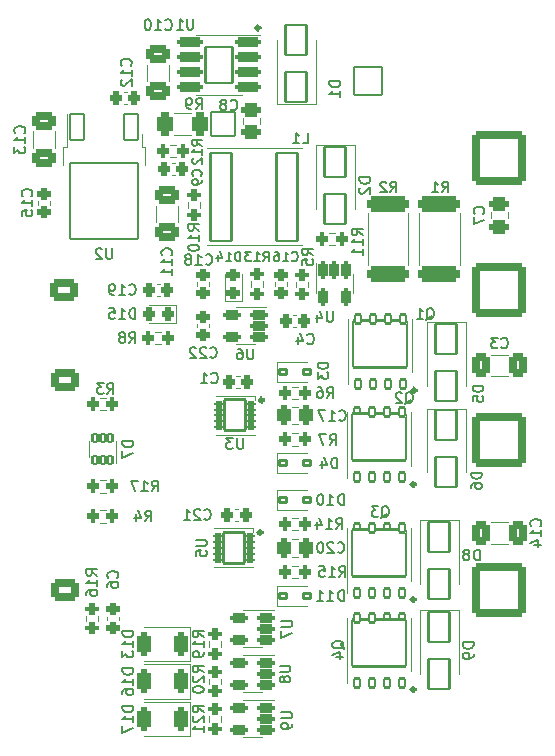
<source format=gbr>
%TF.GenerationSoftware,KiCad,Pcbnew,6.0.2+dfsg-1*%
%TF.CreationDate,2023-01-07T19:56:01+01:00*%
%TF.ProjectId,hBridge3620,68427269-6467-4653-9336-32302e6b6963,1.0*%
%TF.SameCoordinates,Original*%
%TF.FileFunction,Legend,Bot*%
%TF.FilePolarity,Positive*%
%FSLAX46Y46*%
G04 Gerber Fmt 4.6, Leading zero omitted, Abs format (unit mm)*
G04 Created by KiCad (PCBNEW 6.0.2+dfsg-1) date 2023-01-07 19:56:01*
%MOMM*%
%LPD*%
G01*
G04 APERTURE LIST*
G04 Aperture macros list*
%AMRoundRect*
0 Rectangle with rounded corners*
0 $1 Rounding radius*
0 $2 $3 $4 $5 $6 $7 $8 $9 X,Y pos of 4 corners*
0 Add a 4 corners polygon primitive as box body*
4,1,4,$2,$3,$4,$5,$6,$7,$8,$9,$2,$3,0*
0 Add four circle primitives for the rounded corners*
1,1,$1+$1,$2,$3*
1,1,$1+$1,$4,$5*
1,1,$1+$1,$6,$7*
1,1,$1+$1,$8,$9*
0 Add four rect primitives between the rounded corners*
20,1,$1+$1,$2,$3,$4,$5,0*
20,1,$1+$1,$4,$5,$6,$7,0*
20,1,$1+$1,$6,$7,$8,$9,0*
20,1,$1+$1,$8,$9,$2,$3,0*%
G04 Aperture macros list end*
%ADD10C,0.350000*%
%ADD11C,0.200000*%
%ADD12C,0.120000*%
%ADD13RoundRect,0.349999X-1.950001X-1.950001X1.950001X-1.950001X1.950001X1.950001X-1.950001X1.950001X0*%
%ADD14RoundRect,0.100000X-1.200000X-1.200000X1.200000X-1.200000X1.200000X1.200000X-1.200000X1.200000X0*%
%ADD15C,2.600000*%
%ADD16RoundRect,0.350000X0.845000X-0.620000X0.845000X0.620000X-0.845000X0.620000X-0.845000X-0.620000X0*%
%ADD17O,2.390000X1.940000*%
%ADD18RoundRect,0.100000X-1.000000X-1.000000X1.000000X-1.000000X1.000000X1.000000X-1.000000X1.000000X0*%
%ADD19C,2.200000*%
%ADD20C,1.000000*%
%ADD21C,6.600000*%
%ADD22RoundRect,0.100000X-0.600000X1.100000X-0.600000X-1.100000X0.600000X-1.100000X0.600000X1.100000X0*%
%ADD23RoundRect,0.100000X-2.900000X3.200000X-2.900000X-3.200000X2.900000X-3.200000X2.900000X3.200000X0*%
%ADD24RoundRect,0.325000X-0.225000X-0.250000X0.225000X-0.250000X0.225000X0.250000X-0.225000X0.250000X0*%
%ADD25RoundRect,0.350000X0.650000X-0.412500X0.650000X0.412500X-0.650000X0.412500X-0.650000X-0.412500X0*%
%ADD26RoundRect,0.350000X-1.425000X0.362500X-1.425000X-0.362500X1.425000X-0.362500X1.425000X0.362500X0*%
%ADD27RoundRect,0.300000X-0.200000X-0.275000X0.200000X-0.275000X0.200000X0.275000X-0.200000X0.275000X0*%
%ADD28RoundRect,0.187500X0.212500X0.087500X-0.212500X0.087500X-0.212500X-0.087500X0.212500X-0.087500X0*%
%ADD29RoundRect,0.100000X0.900000X1.300000X-0.900000X1.300000X-0.900000X-1.300000X0.900000X-1.300000X0*%
%ADD30RoundRect,0.325000X-0.250000X0.225000X-0.250000X-0.225000X0.250000X-0.225000X0.250000X0.225000X0*%
%ADD31RoundRect,0.100000X-0.900000X1.250000X-0.900000X-1.250000X0.900000X-1.250000X0.900000X1.250000X0*%
%ADD32RoundRect,0.350000X0.475000X-0.250000X0.475000X0.250000X-0.475000X0.250000X-0.475000X-0.250000X0*%
%ADD33RoundRect,0.250000X0.512500X0.150000X-0.512500X0.150000X-0.512500X-0.150000X0.512500X-0.150000X0*%
%ADD34RoundRect,0.100000X0.255000X0.380000X-0.255000X0.380000X-0.255000X-0.380000X0.255000X-0.380000X0*%
%ADD35RoundRect,0.100000X2.260000X-1.985000X2.260000X1.985000X-2.260000X1.985000X-2.260000X-1.985000X0*%
%ADD36RoundRect,0.100000X-0.300000X-0.225000X0.300000X-0.225000X0.300000X0.225000X-0.300000X0.225000X0*%
%ADD37RoundRect,0.350000X0.250000X0.475000X-0.250000X0.475000X-0.250000X-0.475000X0.250000X-0.475000X0*%
%ADD38RoundRect,0.350000X-0.650000X0.412500X-0.650000X-0.412500X0.650000X-0.412500X0.650000X0.412500X0*%
%ADD39RoundRect,0.325000X0.250000X-0.225000X0.250000X0.225000X-0.250000X0.225000X-0.250000X-0.225000X0*%
%ADD40RoundRect,0.100000X0.900000X-1.250000X0.900000X1.250000X-0.900000X1.250000X-0.900000X-1.250000X0*%
%ADD41RoundRect,0.300000X-0.275000X0.200000X-0.275000X-0.200000X0.275000X-0.200000X0.275000X0.200000X0*%
%ADD42RoundRect,0.350000X0.412500X0.650000X-0.412500X0.650000X-0.412500X-0.650000X0.412500X-0.650000X0*%
%ADD43RoundRect,0.350000X-0.312500X-0.625000X0.312500X-0.625000X0.312500X0.625000X-0.312500X0.625000X0*%
%ADD44RoundRect,0.300000X0.275000X-0.200000X0.275000X0.200000X-0.275000X0.200000X-0.275000X-0.200000X0*%
%ADD45RoundRect,0.325000X0.225000X0.250000X-0.225000X0.250000X-0.225000X-0.250000X0.225000X-0.250000X0*%
%ADD46O,2.000000X2.600000*%
%ADD47RoundRect,0.290000X0.285000X0.685000X-0.285000X0.685000X-0.285000X-0.685000X0.285000X-0.685000X0*%
%ADD48RoundRect,0.100000X0.900000X3.750000X-0.900000X3.750000X-0.900000X-3.750000X0.900000X-3.750000X0*%
%ADD49RoundRect,0.300000X0.200000X0.275000X-0.200000X0.275000X-0.200000X-0.275000X0.200000X-0.275000X0*%
%ADD50RoundRect,0.318750X0.256250X-0.218750X0.256250X0.218750X-0.256250X0.218750X-0.256250X-0.218750X0*%
%ADD51RoundRect,0.250000X0.825000X0.150000X-0.825000X0.150000X-0.825000X-0.150000X0.825000X-0.150000X0*%
%ADD52RoundRect,0.100000X1.145000X1.500000X-1.145000X1.500000X-1.145000X-1.500000X1.145000X-1.500000X0*%
%ADD53RoundRect,0.350000X-0.475000X0.250000X-0.475000X-0.250000X0.475000X-0.250000X0.475000X0.250000X0*%
%ADD54RoundRect,0.250000X-0.150000X0.512500X-0.150000X-0.512500X0.150000X-0.512500X0.150000X0.512500X0*%
%ADD55RoundRect,0.318750X0.218750X0.256250X-0.218750X0.256250X-0.218750X-0.256250X0.218750X-0.256250X0*%
%ADD56RoundRect,0.100000X0.200000X-0.325000X0.200000X0.325000X-0.200000X0.325000X-0.200000X-0.325000X0*%
G04 APERTURE END LIST*
D10*
X10667978Y-1390081D02*
G75*
G03*
X10667978Y-1390081I-175000J0D01*
G01*
X10602708Y-9355821D02*
G75*
G03*
X10602708Y-9355821I-175000J0D01*
G01*
X10598743Y-19110819D02*
G75*
G03*
X10598743Y-19110819I-175000J0D01*
G01*
X10594870Y-26716678D02*
G75*
G03*
X10594870Y-26716678I-175000J0D01*
G01*
X-2382983Y-13432000D02*
G75*
G03*
X-2382983Y-13432000I-175000J0D01*
G01*
X-2261182Y-2218501D02*
G75*
G03*
X-2261182Y-2218501I-175000J0D01*
G01*
X-2564031Y29305097D02*
G75*
G03*
X-2564031Y29305097I-175000J0D01*
G01*
D11*
%TO.C,U2*%
X-15062286Y10652858D02*
X-15062286Y9924286D01*
X-15105143Y9838572D01*
X-15148000Y9795715D01*
X-15233715Y9752858D01*
X-15405143Y9752858D01*
X-15490858Y9795715D01*
X-15533715Y9838572D01*
X-15576572Y9924286D01*
X-15576572Y10652858D01*
X-15962286Y10567143D02*
X-16005143Y10610000D01*
X-16090858Y10652858D01*
X-16305143Y10652858D01*
X-16390858Y10610000D01*
X-16433715Y10567143D01*
X-16476572Y10481429D01*
X-16476572Y10395715D01*
X-16433715Y10267143D01*
X-15919429Y9752858D01*
X-16476572Y9752858D01*
%TO.C,C21*%
X-7295429Y-12259428D02*
X-7252572Y-12302285D01*
X-7124000Y-12345142D01*
X-7038286Y-12345142D01*
X-6909715Y-12302285D01*
X-6824000Y-12216571D01*
X-6781143Y-12130857D01*
X-6738286Y-11959428D01*
X-6738286Y-11830857D01*
X-6781143Y-11659428D01*
X-6824000Y-11573714D01*
X-6909715Y-11488000D01*
X-7038286Y-11445142D01*
X-7124000Y-11445142D01*
X-7252572Y-11488000D01*
X-7295429Y-11530857D01*
X-7638286Y-11530857D02*
X-7681143Y-11488000D01*
X-7766858Y-11445142D01*
X-7981143Y-11445142D01*
X-8066858Y-11488000D01*
X-8109715Y-11530857D01*
X-8152572Y-11616571D01*
X-8152572Y-11702285D01*
X-8109715Y-11830857D01*
X-7595429Y-12345142D01*
X-8152572Y-12345142D01*
X-9009715Y-12345142D02*
X-8495429Y-12345142D01*
X-8752572Y-12345142D02*
X-8752572Y-11445142D01*
X-8666858Y-11573714D01*
X-8581143Y-11659428D01*
X-8495429Y-11702285D01*
%TO.C,C13*%
X-22538572Y20390572D02*
X-22495715Y20433429D01*
X-22452858Y20562000D01*
X-22452858Y20647715D01*
X-22495715Y20776286D01*
X-22581429Y20862000D01*
X-22667143Y20904858D01*
X-22838572Y20947715D01*
X-22967143Y20947715D01*
X-23138572Y20904858D01*
X-23224286Y20862000D01*
X-23310000Y20776286D01*
X-23352858Y20647715D01*
X-23352858Y20562000D01*
X-23310000Y20433429D01*
X-23267143Y20390572D01*
X-22452858Y19533429D02*
X-22452858Y20047715D01*
X-22452858Y19790572D02*
X-23352858Y19790572D01*
X-23224286Y19876286D01*
X-23138572Y19962000D01*
X-23095715Y20047715D01*
X-23352858Y19233429D02*
X-23352858Y18676286D01*
X-23010000Y18976286D01*
X-23010000Y18847715D01*
X-22967143Y18762000D01*
X-22924286Y18719143D01*
X-22838572Y18676286D01*
X-22624286Y18676286D01*
X-22538572Y18719143D01*
X-22495715Y18762000D01*
X-22452858Y18847715D01*
X-22452858Y19104858D01*
X-22495715Y19190572D01*
X-22538572Y19233429D01*
%TO.C,R1*%
X12850000Y15377858D02*
X13150000Y15806429D01*
X13364285Y15377858D02*
X13364285Y16277858D01*
X13021428Y16277858D01*
X12935714Y16235000D01*
X12892857Y16192143D01*
X12850000Y16106429D01*
X12850000Y15977858D01*
X12892857Y15892143D01*
X12935714Y15849286D01*
X13021428Y15806429D01*
X13364285Y15806429D01*
X11992857Y15377858D02*
X12507142Y15377858D01*
X12250000Y15377858D02*
X12250000Y16277858D01*
X12335714Y16149286D01*
X12421428Y16063572D01*
X12507142Y16020715D01*
%TO.C,R17*%
X-11740429Y-9932142D02*
X-11440429Y-9503571D01*
X-11226143Y-9932142D02*
X-11226143Y-9032142D01*
X-11569000Y-9032142D01*
X-11654715Y-9075000D01*
X-11697572Y-9117857D01*
X-11740429Y-9203571D01*
X-11740429Y-9332142D01*
X-11697572Y-9417857D01*
X-11654715Y-9460714D01*
X-11569000Y-9503571D01*
X-11226143Y-9503571D01*
X-12597572Y-9932142D02*
X-12083286Y-9932142D01*
X-12340429Y-9932142D02*
X-12340429Y-9032142D01*
X-12254715Y-9160714D01*
X-12169000Y-9246428D01*
X-12083286Y-9289285D01*
X-12897572Y-9032142D02*
X-13497572Y-9032142D01*
X-13111858Y-9932142D01*
%TO.C,U5*%
X-7985858Y-14046285D02*
X-7257286Y-14046285D01*
X-7171572Y-14089142D01*
X-7128715Y-14132000D01*
X-7085858Y-14217714D01*
X-7085858Y-14389142D01*
X-7128715Y-14474857D01*
X-7171572Y-14517714D01*
X-7257286Y-14560571D01*
X-7985858Y-14560571D01*
X-7985858Y-15417714D02*
X-7985858Y-14989142D01*
X-7557286Y-14946285D01*
X-7600143Y-14989142D01*
X-7643000Y-15074857D01*
X-7643000Y-15289142D01*
X-7600143Y-15374857D01*
X-7557286Y-15417714D01*
X-7471572Y-15460571D01*
X-7257286Y-15460571D01*
X-7171572Y-15417714D01*
X-7128715Y-15374857D01*
X-7085858Y-15289142D01*
X-7085858Y-15074857D01*
X-7128715Y-14989142D01*
X-7171572Y-14946285D01*
%TO.C,C15*%
X-21936572Y15056572D02*
X-21893715Y15099429D01*
X-21850858Y15228000D01*
X-21850858Y15313715D01*
X-21893715Y15442286D01*
X-21979429Y15528000D01*
X-22065143Y15570858D01*
X-22236572Y15613715D01*
X-22365143Y15613715D01*
X-22536572Y15570858D01*
X-22622286Y15528000D01*
X-22708000Y15442286D01*
X-22750858Y15313715D01*
X-22750858Y15228000D01*
X-22708000Y15099429D01*
X-22665143Y15056572D01*
X-21850858Y14199429D02*
X-21850858Y14713715D01*
X-21850858Y14456572D02*
X-22750858Y14456572D01*
X-22622286Y14542286D01*
X-22536572Y14628000D01*
X-22493715Y14713715D01*
X-22750858Y13385143D02*
X-22750858Y13813715D01*
X-22322286Y13856572D01*
X-22365143Y13813715D01*
X-22408000Y13728000D01*
X-22408000Y13513715D01*
X-22365143Y13428000D01*
X-22322286Y13385143D01*
X-22236572Y13342286D01*
X-22022286Y13342286D01*
X-21936572Y13385143D01*
X-21893715Y13428000D01*
X-21850858Y13513715D01*
X-21850858Y13728000D01*
X-21893715Y13813715D01*
X-21936572Y13856572D01*
%TO.C,D6*%
X16220142Y-8352714D02*
X15320142Y-8352714D01*
X15320142Y-8567000D01*
X15363000Y-8695571D01*
X15448714Y-8781285D01*
X15534428Y-8824142D01*
X15705857Y-8867000D01*
X15834428Y-8867000D01*
X16005857Y-8824142D01*
X16091571Y-8781285D01*
X16177285Y-8695571D01*
X16220142Y-8567000D01*
X16220142Y-8352714D01*
X15320142Y-9638428D02*
X15320142Y-9467000D01*
X15363000Y-9381285D01*
X15405857Y-9338428D01*
X15534428Y-9252714D01*
X15705857Y-9209857D01*
X16048714Y-9209857D01*
X16134428Y-9252714D01*
X16177285Y-9295571D01*
X16220142Y-9381285D01*
X16220142Y-9552714D01*
X16177285Y-9638428D01*
X16134428Y-9681285D01*
X16048714Y-9724142D01*
X15834428Y-9724142D01*
X15748714Y-9681285D01*
X15705857Y-9638428D01*
X15663000Y-9552714D01*
X15663000Y-9381285D01*
X15705857Y-9295571D01*
X15748714Y-9252714D01*
X15834428Y-9209857D01*
%TO.C,C8*%
X-5057000Y22411572D02*
X-5014143Y22368715D01*
X-4885572Y22325858D01*
X-4799858Y22325858D01*
X-4671286Y22368715D01*
X-4585572Y22454429D01*
X-4542715Y22540143D01*
X-4499858Y22711572D01*
X-4499858Y22840143D01*
X-4542715Y23011572D01*
X-4585572Y23097286D01*
X-4671286Y23183000D01*
X-4799858Y23225858D01*
X-4885572Y23225858D01*
X-5014143Y23183000D01*
X-5057000Y23140143D01*
X-5571286Y22840143D02*
X-5485572Y22883000D01*
X-5442715Y22925858D01*
X-5399858Y23011572D01*
X-5399858Y23054429D01*
X-5442715Y23140143D01*
X-5485572Y23183000D01*
X-5571286Y23225858D01*
X-5742715Y23225858D01*
X-5828429Y23183000D01*
X-5871286Y23140143D01*
X-5914143Y23054429D01*
X-5914143Y23011572D01*
X-5871286Y22925858D01*
X-5828429Y22883000D01*
X-5742715Y22840143D01*
X-5571286Y22840143D01*
X-5485572Y22797286D01*
X-5442715Y22754429D01*
X-5399858Y22668715D01*
X-5399858Y22497286D01*
X-5442715Y22411572D01*
X-5485572Y22368715D01*
X-5571286Y22325858D01*
X-5742715Y22325858D01*
X-5828429Y22368715D01*
X-5871286Y22411572D01*
X-5914143Y22497286D01*
X-5914143Y22668715D01*
X-5871286Y22754429D01*
X-5828429Y22797286D01*
X-5742715Y22840143D01*
%TO.C,U9*%
X-746858Y-28651285D02*
X-18286Y-28651285D01*
X67428Y-28694142D01*
X110285Y-28737000D01*
X153142Y-28822714D01*
X153142Y-28994142D01*
X110285Y-29079857D01*
X67428Y-29122714D01*
X-18286Y-29165571D01*
X-746858Y-29165571D01*
X153142Y-29637000D02*
X153142Y-29808428D01*
X110285Y-29894142D01*
X67428Y-29937000D01*
X-61143Y-30022714D01*
X-232572Y-30065571D01*
X-575429Y-30065571D01*
X-661143Y-30022714D01*
X-704000Y-29979857D01*
X-746858Y-29894142D01*
X-746858Y-29722714D01*
X-704000Y-29637000D01*
X-661143Y-29594142D01*
X-575429Y-29551285D01*
X-361143Y-29551285D01*
X-275429Y-29594142D01*
X-232572Y-29637000D01*
X-189715Y-29722714D01*
X-189715Y-29894142D01*
X-232572Y-29979857D01*
X-275429Y-30022714D01*
X-361143Y-30065571D01*
%TO.C,Q2*%
X9737714Y-2524857D02*
X9823428Y-2482000D01*
X9909142Y-2396285D01*
X10037714Y-2267714D01*
X10123428Y-2224857D01*
X10209142Y-2224857D01*
X10166285Y-2439142D02*
X10252000Y-2396285D01*
X10337714Y-2310571D01*
X10380571Y-2139142D01*
X10380571Y-1839142D01*
X10337714Y-1667714D01*
X10252000Y-1582000D01*
X10166285Y-1539142D01*
X9994857Y-1539142D01*
X9909142Y-1582000D01*
X9823428Y-1667714D01*
X9780571Y-1839142D01*
X9780571Y-2139142D01*
X9823428Y-2310571D01*
X9909142Y-2396285D01*
X9994857Y-2439142D01*
X10166285Y-2439142D01*
X9437714Y-1624857D02*
X9394857Y-1582000D01*
X9309142Y-1539142D01*
X9094857Y-1539142D01*
X9009142Y-1582000D01*
X8966285Y-1624857D01*
X8923428Y-1710571D01*
X8923428Y-1796285D01*
X8966285Y-1924857D01*
X9480571Y-2439142D01*
X8923428Y-2439142D01*
%TO.C,R7*%
X3330499Y-5995142D02*
X3630499Y-5566571D01*
X3844784Y-5995142D02*
X3844784Y-5095142D01*
X3501927Y-5095142D01*
X3416213Y-5138000D01*
X3373356Y-5180857D01*
X3330499Y-5266571D01*
X3330499Y-5395142D01*
X3373356Y-5480857D01*
X3416213Y-5523714D01*
X3501927Y-5566571D01*
X3844784Y-5566571D01*
X3030499Y-5095142D02*
X2430499Y-5095142D01*
X2816213Y-5995142D01*
%TO.C,D4*%
X3971784Y-7989643D02*
X3971784Y-7089643D01*
X3757499Y-7089643D01*
X3628927Y-7132501D01*
X3543213Y-7218215D01*
X3500356Y-7303929D01*
X3457499Y-7475358D01*
X3457499Y-7603929D01*
X3500356Y-7775358D01*
X3543213Y-7861072D01*
X3628927Y-7946786D01*
X3757499Y-7989643D01*
X3971784Y-7989643D01*
X2686070Y-7389643D02*
X2686070Y-7989643D01*
X2900356Y-7046786D02*
X3114641Y-7689643D01*
X2557499Y-7689643D01*
%TO.C,U3*%
X-3989785Y-5438643D02*
X-3989785Y-6167215D01*
X-4032642Y-6252929D01*
X-4075499Y-6295786D01*
X-4161214Y-6338643D01*
X-4332642Y-6338643D01*
X-4418357Y-6295786D01*
X-4461214Y-6252929D01*
X-4504071Y-6167215D01*
X-4504071Y-5438643D01*
X-4846928Y-5438643D02*
X-5404071Y-5438643D01*
X-5104071Y-5781501D01*
X-5232642Y-5781501D01*
X-5318357Y-5824358D01*
X-5361214Y-5867215D01*
X-5404071Y-5952929D01*
X-5404071Y-6167215D01*
X-5361214Y-6252929D01*
X-5318357Y-6295786D01*
X-5232642Y-6338643D01*
X-4975499Y-6338643D01*
X-4889785Y-6295786D01*
X-4846928Y-6252929D01*
%TO.C,C1*%
X-6708000Y-702428D02*
X-6665143Y-745285D01*
X-6536572Y-788142D01*
X-6450858Y-788142D01*
X-6322286Y-745285D01*
X-6236572Y-659571D01*
X-6193715Y-573857D01*
X-6150858Y-402428D01*
X-6150858Y-273857D01*
X-6193715Y-102428D01*
X-6236572Y-16714D01*
X-6322286Y69000D01*
X-6450858Y111858D01*
X-6536572Y111858D01*
X-6665143Y69000D01*
X-6708000Y26143D01*
X-7565143Y-788142D02*
X-7050858Y-788142D01*
X-7308000Y-788142D02*
X-7308000Y111858D01*
X-7222286Y-16714D01*
X-7136572Y-102428D01*
X-7050858Y-145285D01*
%TO.C,C20*%
X4002571Y-15053428D02*
X4045428Y-15096285D01*
X4174000Y-15139142D01*
X4259714Y-15139142D01*
X4388285Y-15096285D01*
X4474000Y-15010571D01*
X4516857Y-14924857D01*
X4559714Y-14753428D01*
X4559714Y-14624857D01*
X4516857Y-14453428D01*
X4474000Y-14367714D01*
X4388285Y-14282000D01*
X4259714Y-14239142D01*
X4174000Y-14239142D01*
X4045428Y-14282000D01*
X4002571Y-14324857D01*
X3659714Y-14324857D02*
X3616857Y-14282000D01*
X3531142Y-14239142D01*
X3316857Y-14239142D01*
X3231142Y-14282000D01*
X3188285Y-14324857D01*
X3145428Y-14410571D01*
X3145428Y-14496285D01*
X3188285Y-14624857D01*
X3702571Y-15139142D01*
X3145428Y-15139142D01*
X2588285Y-14239142D02*
X2502571Y-14239142D01*
X2416857Y-14282000D01*
X2374000Y-14324857D01*
X2331142Y-14410571D01*
X2288285Y-14582000D01*
X2288285Y-14796285D01*
X2331142Y-14967714D01*
X2374000Y-15053428D01*
X2416857Y-15096285D01*
X2502571Y-15139142D01*
X2588285Y-15139142D01*
X2674000Y-15096285D01*
X2716857Y-15053428D01*
X2759714Y-14967714D01*
X2802571Y-14796285D01*
X2802571Y-14582000D01*
X2759714Y-14410571D01*
X2716857Y-14324857D01*
X2674000Y-14282000D01*
X2588285Y-14239142D01*
%TO.C,C11*%
X-10092572Y10056572D02*
X-10049715Y10099429D01*
X-10006858Y10228000D01*
X-10006858Y10313715D01*
X-10049715Y10442286D01*
X-10135429Y10528000D01*
X-10221143Y10570858D01*
X-10392572Y10613715D01*
X-10521143Y10613715D01*
X-10692572Y10570858D01*
X-10778286Y10528000D01*
X-10864000Y10442286D01*
X-10906858Y10313715D01*
X-10906858Y10228000D01*
X-10864000Y10099429D01*
X-10821143Y10056572D01*
X-10006858Y9199429D02*
X-10006858Y9713715D01*
X-10006858Y9456572D02*
X-10906858Y9456572D01*
X-10778286Y9542286D01*
X-10692572Y9628000D01*
X-10649715Y9713715D01*
X-10006858Y8342286D02*
X-10006858Y8856572D01*
X-10006858Y8599429D02*
X-10906858Y8599429D01*
X-10778286Y8685143D01*
X-10692572Y8770858D01*
X-10649715Y8856572D01*
%TO.C,C22*%
X-6787429Y1456572D02*
X-6744572Y1413715D01*
X-6616000Y1370858D01*
X-6530286Y1370858D01*
X-6401715Y1413715D01*
X-6316000Y1499429D01*
X-6273143Y1585143D01*
X-6230286Y1756572D01*
X-6230286Y1885143D01*
X-6273143Y2056572D01*
X-6316000Y2142286D01*
X-6401715Y2228000D01*
X-6530286Y2270858D01*
X-6616000Y2270858D01*
X-6744572Y2228000D01*
X-6787429Y2185143D01*
X-7130286Y2185143D02*
X-7173143Y2228000D01*
X-7258858Y2270858D01*
X-7473143Y2270858D01*
X-7558858Y2228000D01*
X-7601715Y2185143D01*
X-7644572Y2099429D01*
X-7644572Y2013715D01*
X-7601715Y1885143D01*
X-7087429Y1370858D01*
X-7644572Y1370858D01*
X-7987429Y2185143D02*
X-8030286Y2228000D01*
X-8116000Y2270858D01*
X-8330286Y2270858D01*
X-8416000Y2228000D01*
X-8458858Y2185143D01*
X-8501715Y2099429D01*
X-8501715Y2013715D01*
X-8458858Y1885143D01*
X-7944572Y1370858D01*
X-8501715Y1370858D01*
%TO.C,R4*%
X-12296000Y-12472142D02*
X-11996000Y-12043571D01*
X-11781715Y-12472142D02*
X-11781715Y-11572142D01*
X-12124572Y-11572142D01*
X-12210286Y-11615000D01*
X-12253143Y-11657857D01*
X-12296000Y-11743571D01*
X-12296000Y-11872142D01*
X-12253143Y-11957857D01*
X-12210286Y-12000714D01*
X-12124572Y-12043571D01*
X-11781715Y-12043571D01*
X-13067429Y-11872142D02*
X-13067429Y-12472142D01*
X-12853143Y-11529285D02*
X-12638858Y-12172142D01*
X-13196000Y-12172142D01*
%TO.C,D1*%
X4217142Y24794286D02*
X3317142Y24794286D01*
X3317142Y24580000D01*
X3360000Y24451429D01*
X3445714Y24365715D01*
X3531428Y24322858D01*
X3702857Y24280000D01*
X3831428Y24280000D01*
X4002857Y24322858D01*
X4088571Y24365715D01*
X4174285Y24451429D01*
X4217142Y24580000D01*
X4217142Y24794286D01*
X4217142Y23422858D02*
X4217142Y23937143D01*
X4217142Y23680000D02*
X3317142Y23680000D01*
X3445714Y23765715D01*
X3531428Y23851429D01*
X3574285Y23937143D01*
%TO.C,C17*%
X4140070Y-3877428D02*
X4182927Y-3920285D01*
X4311499Y-3963142D01*
X4397213Y-3963142D01*
X4525784Y-3920285D01*
X4611499Y-3834571D01*
X4654356Y-3748857D01*
X4697213Y-3577428D01*
X4697213Y-3448857D01*
X4654356Y-3277428D01*
X4611499Y-3191714D01*
X4525784Y-3106000D01*
X4397213Y-3063142D01*
X4311499Y-3063142D01*
X4182927Y-3106000D01*
X4140070Y-3148857D01*
X3282927Y-3963142D02*
X3797213Y-3963142D01*
X3540070Y-3963142D02*
X3540070Y-3063142D01*
X3625784Y-3191714D01*
X3711499Y-3277428D01*
X3797213Y-3320285D01*
X2982927Y-3063142D02*
X2382927Y-3063142D01*
X2768641Y-3963142D01*
%TO.C,R8*%
X-13629000Y2640858D02*
X-13329000Y3069429D01*
X-13114715Y2640858D02*
X-13114715Y3540858D01*
X-13457572Y3540858D01*
X-13543286Y3498000D01*
X-13586143Y3455143D01*
X-13629000Y3369429D01*
X-13629000Y3240858D01*
X-13586143Y3155143D01*
X-13543286Y3112286D01*
X-13457572Y3069429D01*
X-13114715Y3069429D01*
X-14143286Y3155143D02*
X-14057572Y3198000D01*
X-14014715Y3240858D01*
X-13971858Y3326572D01*
X-13971858Y3369429D01*
X-14014715Y3455143D01*
X-14057572Y3498000D01*
X-14143286Y3540858D01*
X-14314715Y3540858D01*
X-14400429Y3498000D01*
X-14443286Y3455143D01*
X-14486143Y3369429D01*
X-14486143Y3326572D01*
X-14443286Y3240858D01*
X-14400429Y3198000D01*
X-14314715Y3155143D01*
X-14143286Y3155143D01*
X-14057572Y3112286D01*
X-14014715Y3069429D01*
X-13971858Y2983715D01*
X-13971858Y2812286D01*
X-14014715Y2726572D01*
X-14057572Y2683715D01*
X-14143286Y2640858D01*
X-14314715Y2640858D01*
X-14400429Y2683715D01*
X-14443286Y2726572D01*
X-14486143Y2812286D01*
X-14486143Y2983715D01*
X-14443286Y3069429D01*
X-14400429Y3112286D01*
X-14314715Y3155143D01*
%TO.C,R13*%
X-2279715Y9544096D02*
X-2013048Y9925048D01*
X-1822572Y9544096D02*
X-1822572Y10344096D01*
X-2127334Y10344096D01*
X-2203524Y10306000D01*
X-2241620Y10267905D01*
X-2279715Y10191715D01*
X-2279715Y10077429D01*
X-2241620Y10001239D01*
X-2203524Y9963143D01*
X-2127334Y9925048D01*
X-1822572Y9925048D01*
X-3041620Y9544096D02*
X-2584477Y9544096D01*
X-2813048Y9544096D02*
X-2813048Y10344096D01*
X-2736858Y10229810D01*
X-2660667Y10153620D01*
X-2584477Y10115524D01*
X-3308286Y10344096D02*
X-3803524Y10344096D01*
X-3536858Y10039334D01*
X-3651143Y10039334D01*
X-3727334Y10001239D01*
X-3765429Y9963143D01*
X-3803524Y9886953D01*
X-3803524Y9696477D01*
X-3765429Y9620286D01*
X-3727334Y9582191D01*
X-3651143Y9544096D01*
X-3422572Y9544096D01*
X-3346381Y9582191D01*
X-3308286Y9620286D01*
%TO.C,C10*%
X-10597429Y29193372D02*
X-10554572Y29150515D01*
X-10426000Y29107658D01*
X-10340286Y29107658D01*
X-10211715Y29150515D01*
X-10126000Y29236229D01*
X-10083143Y29321943D01*
X-10040286Y29493372D01*
X-10040286Y29621943D01*
X-10083143Y29793372D01*
X-10126000Y29879086D01*
X-10211715Y29964800D01*
X-10340286Y30007658D01*
X-10426000Y30007658D01*
X-10554572Y29964800D01*
X-10597429Y29921943D01*
X-11454572Y29107658D02*
X-10940286Y29107658D01*
X-11197429Y29107658D02*
X-11197429Y30007658D01*
X-11111715Y29879086D01*
X-11026000Y29793372D01*
X-10940286Y29750515D01*
X-12011715Y30007658D02*
X-12097429Y30007658D01*
X-12183143Y29964800D01*
X-12226000Y29921943D01*
X-12268858Y29836229D01*
X-12311715Y29664800D01*
X-12311715Y29450515D01*
X-12268858Y29279086D01*
X-12226000Y29193372D01*
X-12183143Y29150515D01*
X-12097429Y29107658D01*
X-12011715Y29107658D01*
X-11926000Y29150515D01*
X-11883143Y29193372D01*
X-11840286Y29279086D01*
X-11797429Y29450515D01*
X-11797429Y29664800D01*
X-11840286Y29836229D01*
X-11883143Y29921943D01*
X-11926000Y29964800D01*
X-12011715Y30007658D01*
%TO.C,Q1*%
X11515714Y4587143D02*
X11601428Y4630000D01*
X11687142Y4715715D01*
X11815714Y4844286D01*
X11901428Y4887143D01*
X11987142Y4887143D01*
X11944285Y4672858D02*
X12030000Y4715715D01*
X12115714Y4801429D01*
X12158571Y4972858D01*
X12158571Y5272858D01*
X12115714Y5444286D01*
X12030000Y5530000D01*
X11944285Y5572858D01*
X11772857Y5572858D01*
X11687142Y5530000D01*
X11601428Y5444286D01*
X11558571Y5272858D01*
X11558571Y4972858D01*
X11601428Y4801429D01*
X11687142Y4715715D01*
X11772857Y4672858D01*
X11944285Y4672858D01*
X10701428Y4672858D02*
X11215714Y4672858D01*
X10958571Y4672858D02*
X10958571Y5572858D01*
X11044285Y5444286D01*
X11130000Y5358572D01*
X11215714Y5315715D01*
%TO.C,D2*%
X6757142Y16629286D02*
X5857142Y16629286D01*
X5857142Y16415000D01*
X5900000Y16286429D01*
X5985714Y16200715D01*
X6071428Y16157858D01*
X6242857Y16115000D01*
X6371428Y16115000D01*
X6542857Y16157858D01*
X6628571Y16200715D01*
X6714285Y16286429D01*
X6757142Y16415000D01*
X6757142Y16629286D01*
X5942857Y15772143D02*
X5900000Y15729286D01*
X5857142Y15643572D01*
X5857142Y15429286D01*
X5900000Y15343572D01*
X5942857Y15300715D01*
X6028571Y15257858D01*
X6114285Y15257858D01*
X6242857Y15300715D01*
X6757142Y15815000D01*
X6757142Y15257858D01*
%TO.C,C3*%
X17865000Y2253572D02*
X17907857Y2210715D01*
X18036428Y2167858D01*
X18122142Y2167858D01*
X18250714Y2210715D01*
X18336428Y2296429D01*
X18379285Y2382143D01*
X18422142Y2553572D01*
X18422142Y2682143D01*
X18379285Y2853572D01*
X18336428Y2939286D01*
X18250714Y3025000D01*
X18122142Y3067858D01*
X18036428Y3067858D01*
X17907857Y3025000D01*
X17865000Y2982143D01*
X17565000Y3067858D02*
X17007857Y3067858D01*
X17307857Y2725000D01*
X17179285Y2725000D01*
X17093571Y2682143D01*
X17050714Y2639286D01*
X17007857Y2553572D01*
X17007857Y2339286D01*
X17050714Y2253572D01*
X17093571Y2210715D01*
X17179285Y2167858D01*
X17436428Y2167858D01*
X17522142Y2210715D01*
X17565000Y2253572D01*
%TO.C,C14*%
X21149428Y-12883428D02*
X21192285Y-12840571D01*
X21235142Y-12712000D01*
X21235142Y-12626285D01*
X21192285Y-12497714D01*
X21106571Y-12412000D01*
X21020857Y-12369142D01*
X20849428Y-12326285D01*
X20720857Y-12326285D01*
X20549428Y-12369142D01*
X20463714Y-12412000D01*
X20378000Y-12497714D01*
X20335142Y-12626285D01*
X20335142Y-12712000D01*
X20378000Y-12840571D01*
X20420857Y-12883428D01*
X21235142Y-13740571D02*
X21235142Y-13226285D01*
X21235142Y-13483428D02*
X20335142Y-13483428D01*
X20463714Y-13397714D01*
X20549428Y-13312000D01*
X20592285Y-13226285D01*
X20635142Y-14512000D02*
X21235142Y-14512000D01*
X20292285Y-14297714D02*
X20935142Y-14083428D01*
X20935142Y-14640571D01*
%TO.C,Q3*%
X7705714Y-12176857D02*
X7791428Y-12134000D01*
X7877142Y-12048285D01*
X8005714Y-11919714D01*
X8091428Y-11876857D01*
X8177142Y-11876857D01*
X8134285Y-12091142D02*
X8220000Y-12048285D01*
X8305714Y-11962571D01*
X8348571Y-11791142D01*
X8348571Y-11491142D01*
X8305714Y-11319714D01*
X8220000Y-11234000D01*
X8134285Y-11191142D01*
X7962857Y-11191142D01*
X7877142Y-11234000D01*
X7791428Y-11319714D01*
X7748571Y-11491142D01*
X7748571Y-11791142D01*
X7791428Y-11962571D01*
X7877142Y-12048285D01*
X7962857Y-12091142D01*
X8134285Y-12091142D01*
X7448571Y-11191142D02*
X6891428Y-11191142D01*
X7191428Y-11534000D01*
X7062857Y-11534000D01*
X6977142Y-11576857D01*
X6934285Y-11619714D01*
X6891428Y-11705428D01*
X6891428Y-11919714D01*
X6934285Y-12005428D01*
X6977142Y-12048285D01*
X7062857Y-12091142D01*
X7320000Y-12091142D01*
X7405714Y-12048285D01*
X7448571Y-12005428D01*
%TO.C,Q4*%
X4556857Y-23282285D02*
X4514000Y-23196571D01*
X4428285Y-23110857D01*
X4299714Y-22982285D01*
X4256857Y-22896571D01*
X4256857Y-22810857D01*
X4471142Y-22853714D02*
X4428285Y-22768000D01*
X4342571Y-22682285D01*
X4171142Y-22639428D01*
X3871142Y-22639428D01*
X3699714Y-22682285D01*
X3614000Y-22768000D01*
X3571142Y-22853714D01*
X3571142Y-23025142D01*
X3614000Y-23110857D01*
X3699714Y-23196571D01*
X3871142Y-23239428D01*
X4171142Y-23239428D01*
X4342571Y-23196571D01*
X4428285Y-23110857D01*
X4471142Y-23025142D01*
X4471142Y-22853714D01*
X3871142Y-24010857D02*
X4471142Y-24010857D01*
X3528285Y-23796571D02*
X4171142Y-23582285D01*
X4171142Y-24139428D01*
%TO.C,R9*%
X-7978000Y22452858D02*
X-7678000Y22881429D01*
X-7463715Y22452858D02*
X-7463715Y23352858D01*
X-7806572Y23352858D01*
X-7892286Y23310000D01*
X-7935143Y23267143D01*
X-7978000Y23181429D01*
X-7978000Y23052858D01*
X-7935143Y22967143D01*
X-7892286Y22924286D01*
X-7806572Y22881429D01*
X-7463715Y22881429D01*
X-8406572Y22452858D02*
X-8578000Y22452858D01*
X-8663715Y22495715D01*
X-8706572Y22538572D01*
X-8792286Y22667143D01*
X-8835143Y22838572D01*
X-8835143Y23181429D01*
X-8792286Y23267143D01*
X-8749429Y23310000D01*
X-8663715Y23352858D01*
X-8492286Y23352858D01*
X-8406572Y23310000D01*
X-8363715Y23267143D01*
X-8320858Y23181429D01*
X-8320858Y22967143D01*
X-8363715Y22881429D01*
X-8406572Y22838572D01*
X-8492286Y22795715D01*
X-8663715Y22795715D01*
X-8749429Y22838572D01*
X-8792286Y22881429D01*
X-8835143Y22967143D01*
%TO.C,R20*%
X-7339858Y-25266428D02*
X-7768429Y-24966428D01*
X-7339858Y-24752142D02*
X-8239858Y-24752142D01*
X-8239858Y-25095000D01*
X-8197000Y-25180714D01*
X-8154143Y-25223571D01*
X-8068429Y-25266428D01*
X-7939858Y-25266428D01*
X-7854143Y-25223571D01*
X-7811286Y-25180714D01*
X-7768429Y-25095000D01*
X-7768429Y-24752142D01*
X-8154143Y-25609285D02*
X-8197000Y-25652142D01*
X-8239858Y-25737857D01*
X-8239858Y-25952142D01*
X-8197000Y-26037857D01*
X-8154143Y-26080714D01*
X-8068429Y-26123571D01*
X-7982715Y-26123571D01*
X-7854143Y-26080714D01*
X-7339858Y-25566428D01*
X-7339858Y-26123571D01*
X-8239858Y-26680714D02*
X-8239858Y-26766428D01*
X-8197000Y-26852142D01*
X-8154143Y-26895000D01*
X-8068429Y-26937857D01*
X-7897000Y-26980714D01*
X-7682715Y-26980714D01*
X-7511286Y-26937857D01*
X-7425572Y-26895000D01*
X-7382715Y-26852142D01*
X-7339858Y-26766428D01*
X-7339858Y-26680714D01*
X-7382715Y-26595000D01*
X-7425572Y-26552142D01*
X-7511286Y-26509285D01*
X-7682715Y-26466428D01*
X-7897000Y-26466428D01*
X-8068429Y-26509285D01*
X-8154143Y-26552142D01*
X-8197000Y-26595000D01*
X-8239858Y-26680714D01*
%TO.C,R5*%
X1931142Y10056000D02*
X1502571Y10356000D01*
X1931142Y10570286D02*
X1031142Y10570286D01*
X1031142Y10227429D01*
X1074000Y10141715D01*
X1116857Y10098858D01*
X1202571Y10056000D01*
X1331142Y10056000D01*
X1416857Y10098858D01*
X1459714Y10141715D01*
X1502571Y10227429D01*
X1502571Y10570286D01*
X1031142Y9241715D02*
X1031142Y9670286D01*
X1459714Y9713143D01*
X1416857Y9670286D01*
X1374000Y9584572D01*
X1374000Y9370286D01*
X1416857Y9284572D01*
X1459714Y9241715D01*
X1545428Y9198858D01*
X1759714Y9198858D01*
X1845428Y9241715D01*
X1888285Y9284572D01*
X1931142Y9370286D01*
X1931142Y9584572D01*
X1888285Y9670286D01*
X1845428Y9713143D01*
%TO.C,D8*%
X16031285Y-15774142D02*
X16031285Y-14874142D01*
X15817000Y-14874142D01*
X15688428Y-14917000D01*
X15602714Y-15002714D01*
X15559857Y-15088428D01*
X15517000Y-15259857D01*
X15517000Y-15388428D01*
X15559857Y-15559857D01*
X15602714Y-15645571D01*
X15688428Y-15731285D01*
X15817000Y-15774142D01*
X16031285Y-15774142D01*
X15002714Y-15259857D02*
X15088428Y-15217000D01*
X15131285Y-15174142D01*
X15174142Y-15088428D01*
X15174142Y-15045571D01*
X15131285Y-14959857D01*
X15088428Y-14917000D01*
X15002714Y-14874142D01*
X14831285Y-14874142D01*
X14745571Y-14917000D01*
X14702714Y-14959857D01*
X14659857Y-15045571D01*
X14659857Y-15088428D01*
X14702714Y-15174142D01*
X14745571Y-15217000D01*
X14831285Y-15259857D01*
X15002714Y-15259857D01*
X15088428Y-15302714D01*
X15131285Y-15345571D01*
X15174142Y-15431285D01*
X15174142Y-15602714D01*
X15131285Y-15688428D01*
X15088428Y-15731285D01*
X15002714Y-15774142D01*
X14831285Y-15774142D01*
X14745571Y-15731285D01*
X14702714Y-15688428D01*
X14659857Y-15602714D01*
X14659857Y-15431285D01*
X14702714Y-15345571D01*
X14745571Y-15302714D01*
X14831285Y-15259857D01*
%TO.C,C4*%
X1420000Y2599572D02*
X1462857Y2556715D01*
X1591428Y2513858D01*
X1677142Y2513858D01*
X1805714Y2556715D01*
X1891428Y2642429D01*
X1934285Y2728143D01*
X1977142Y2899572D01*
X1977142Y3028143D01*
X1934285Y3199572D01*
X1891428Y3285286D01*
X1805714Y3371000D01*
X1677142Y3413858D01*
X1591428Y3413858D01*
X1462857Y3371000D01*
X1420000Y3328143D01*
X648571Y3113858D02*
X648571Y2513858D01*
X862857Y3456715D02*
X1077142Y2813858D01*
X520000Y2813858D01*
%TO.C,R2*%
X8470000Y15377858D02*
X8770000Y15806429D01*
X8984285Y15377858D02*
X8984285Y16277858D01*
X8641428Y16277858D01*
X8555714Y16235000D01*
X8512857Y16192143D01*
X8470000Y16106429D01*
X8470000Y15977858D01*
X8512857Y15892143D01*
X8555714Y15849286D01*
X8641428Y15806429D01*
X8984285Y15806429D01*
X8127142Y16192143D02*
X8084285Y16235000D01*
X7998571Y16277858D01*
X7784285Y16277858D01*
X7698571Y16235000D01*
X7655714Y16192143D01*
X7612857Y16106429D01*
X7612857Y16020715D01*
X7655714Y15892143D01*
X8170000Y15377858D01*
X7612857Y15377858D01*
%TO.C,D17*%
X-13308858Y-28117142D02*
X-14208858Y-28117142D01*
X-14208858Y-28331428D01*
X-14166000Y-28460000D01*
X-14080286Y-28545714D01*
X-13994572Y-28588571D01*
X-13823143Y-28631428D01*
X-13694572Y-28631428D01*
X-13523143Y-28588571D01*
X-13437429Y-28545714D01*
X-13351715Y-28460000D01*
X-13308858Y-28331428D01*
X-13308858Y-28117142D01*
X-13308858Y-29488571D02*
X-13308858Y-28974285D01*
X-13308858Y-29231428D02*
X-14208858Y-29231428D01*
X-14080286Y-29145714D01*
X-13994572Y-29060000D01*
X-13951715Y-28974285D01*
X-14208858Y-29788571D02*
X-14208858Y-30388571D01*
X-13308858Y-30002857D01*
%TO.C,C18*%
X-7168429Y9330572D02*
X-7125572Y9287715D01*
X-6997000Y9244858D01*
X-6911286Y9244858D01*
X-6782715Y9287715D01*
X-6697000Y9373429D01*
X-6654143Y9459143D01*
X-6611286Y9630572D01*
X-6611286Y9759143D01*
X-6654143Y9930572D01*
X-6697000Y10016286D01*
X-6782715Y10102000D01*
X-6911286Y10144858D01*
X-6997000Y10144858D01*
X-7125572Y10102000D01*
X-7168429Y10059143D01*
X-8025572Y9244858D02*
X-7511286Y9244858D01*
X-7768429Y9244858D02*
X-7768429Y10144858D01*
X-7682715Y10016286D01*
X-7597000Y9930572D01*
X-7511286Y9887715D01*
X-8539858Y9759143D02*
X-8454143Y9802000D01*
X-8411286Y9844858D01*
X-8368429Y9930572D01*
X-8368429Y9973429D01*
X-8411286Y10059143D01*
X-8454143Y10102000D01*
X-8539858Y10144858D01*
X-8711286Y10144858D01*
X-8797000Y10102000D01*
X-8839858Y10059143D01*
X-8882715Y9973429D01*
X-8882715Y9930572D01*
X-8839858Y9844858D01*
X-8797000Y9802000D01*
X-8711286Y9759143D01*
X-8539858Y9759143D01*
X-8454143Y9716286D01*
X-8411286Y9673429D01*
X-8368429Y9587715D01*
X-8368429Y9416286D01*
X-8411286Y9330572D01*
X-8454143Y9287715D01*
X-8539858Y9244858D01*
X-8711286Y9244858D01*
X-8797000Y9287715D01*
X-8839858Y9330572D01*
X-8882715Y9416286D01*
X-8882715Y9587715D01*
X-8839858Y9673429D01*
X-8797000Y9716286D01*
X-8711286Y9759143D01*
%TO.C,L1*%
X1039000Y19531858D02*
X1467571Y19531858D01*
X1467571Y20431858D01*
X267571Y19531858D02*
X781857Y19531858D01*
X524714Y19531858D02*
X524714Y20431858D01*
X610428Y20303286D01*
X696142Y20217572D01*
X781857Y20174715D01*
%TO.C,C12*%
X-13521572Y26105572D02*
X-13478715Y26148429D01*
X-13435858Y26277000D01*
X-13435858Y26362715D01*
X-13478715Y26491286D01*
X-13564429Y26577000D01*
X-13650143Y26619858D01*
X-13821572Y26662715D01*
X-13950143Y26662715D01*
X-14121572Y26619858D01*
X-14207286Y26577000D01*
X-14293000Y26491286D01*
X-14335858Y26362715D01*
X-14335858Y26277000D01*
X-14293000Y26148429D01*
X-14250143Y26105572D01*
X-13435858Y25248429D02*
X-13435858Y25762715D01*
X-13435858Y25505572D02*
X-14335858Y25505572D01*
X-14207286Y25591286D01*
X-14121572Y25677000D01*
X-14078715Y25762715D01*
X-14250143Y24905572D02*
X-14293000Y24862715D01*
X-14335858Y24777000D01*
X-14335858Y24562715D01*
X-14293000Y24477000D01*
X-14250143Y24434143D01*
X-14164429Y24391286D01*
X-14078715Y24391286D01*
X-13950143Y24434143D01*
X-13435858Y24948429D01*
X-13435858Y24391286D01*
%TO.C,R10*%
X-7720858Y12135572D02*
X-8149429Y12435572D01*
X-7720858Y12649858D02*
X-8620858Y12649858D01*
X-8620858Y12307000D01*
X-8578000Y12221286D01*
X-8535143Y12178429D01*
X-8449429Y12135572D01*
X-8320858Y12135572D01*
X-8235143Y12178429D01*
X-8192286Y12221286D01*
X-8149429Y12307000D01*
X-8149429Y12649858D01*
X-7720858Y11278429D02*
X-7720858Y11792715D01*
X-7720858Y11535572D02*
X-8620858Y11535572D01*
X-8492286Y11621286D01*
X-8406572Y11707000D01*
X-8363715Y11792715D01*
X-8620858Y10721286D02*
X-8620858Y10635572D01*
X-8578000Y10549858D01*
X-8535143Y10507000D01*
X-8449429Y10464143D01*
X-8278000Y10421286D01*
X-8063715Y10421286D01*
X-7892286Y10464143D01*
X-7806572Y10507000D01*
X-7763715Y10549858D01*
X-7720858Y10635572D01*
X-7720858Y10721286D01*
X-7763715Y10807000D01*
X-7806572Y10849858D01*
X-7892286Y10892715D01*
X-8063715Y10935572D01*
X-8278000Y10935572D01*
X-8449429Y10892715D01*
X-8535143Y10849858D01*
X-8578000Y10807000D01*
X-8620858Y10721286D01*
%TO.C,D3*%
X3230142Y955785D02*
X2330142Y955785D01*
X2330142Y741499D01*
X2373000Y612928D01*
X2458714Y527214D01*
X2544428Y484357D01*
X2715857Y441499D01*
X2844428Y441499D01*
X3015857Y484357D01*
X3101571Y527214D01*
X3187285Y612928D01*
X3230142Y741499D01*
X3230142Y955785D01*
X2330142Y141499D02*
X2330142Y-415643D01*
X2673000Y-115643D01*
X2673000Y-244215D01*
X2715857Y-329929D01*
X2758714Y-372786D01*
X2844428Y-415643D01*
X3058714Y-415643D01*
X3144428Y-372786D01*
X3187285Y-329929D01*
X3230142Y-244215D01*
X3230142Y12928D01*
X3187285Y98642D01*
X3144428Y141499D01*
%TO.C,R12*%
X-7512096Y19310286D02*
X-7893048Y19576953D01*
X-7512096Y19767429D02*
X-8312096Y19767429D01*
X-8312096Y19462667D01*
X-8274000Y19386477D01*
X-8235905Y19348381D01*
X-8159715Y19310286D01*
X-8045429Y19310286D01*
X-7969239Y19348381D01*
X-7931143Y19386477D01*
X-7893048Y19462667D01*
X-7893048Y19767429D01*
X-7512096Y18548381D02*
X-7512096Y19005524D01*
X-7512096Y18776953D02*
X-8312096Y18776953D01*
X-8197810Y18853143D01*
X-8121620Y18929334D01*
X-8083524Y19005524D01*
X-8235905Y18243620D02*
X-8274000Y18205524D01*
X-8312096Y18129334D01*
X-8312096Y17938858D01*
X-8274000Y17862667D01*
X-8235905Y17824572D01*
X-8159715Y17786477D01*
X-8083524Y17786477D01*
X-7969239Y17824572D01*
X-7512096Y18281715D01*
X-7512096Y17786477D01*
%TO.C,D16*%
X-13308858Y-24942142D02*
X-14208858Y-24942142D01*
X-14208858Y-25156428D01*
X-14166000Y-25285000D01*
X-14080286Y-25370714D01*
X-13994572Y-25413571D01*
X-13823143Y-25456428D01*
X-13694572Y-25456428D01*
X-13523143Y-25413571D01*
X-13437429Y-25370714D01*
X-13351715Y-25285000D01*
X-13308858Y-25156428D01*
X-13308858Y-24942142D01*
X-13308858Y-26313571D02*
X-13308858Y-25799285D01*
X-13308858Y-26056428D02*
X-14208858Y-26056428D01*
X-14080286Y-25970714D01*
X-13994572Y-25885000D01*
X-13951715Y-25799285D01*
X-14208858Y-27085000D02*
X-14208858Y-26913571D01*
X-14166000Y-26827857D01*
X-14123143Y-26785000D01*
X-13994572Y-26699285D01*
X-13823143Y-26656428D01*
X-13480286Y-26656428D01*
X-13394572Y-26699285D01*
X-13351715Y-26742142D01*
X-13308858Y-26827857D01*
X-13308858Y-26999285D01*
X-13351715Y-27085000D01*
X-13394572Y-27127857D01*
X-13480286Y-27170714D01*
X-13694572Y-27170714D01*
X-13780286Y-27127857D01*
X-13823143Y-27085000D01*
X-13866000Y-26999285D01*
X-13866000Y-26827857D01*
X-13823143Y-26742142D01*
X-13780286Y-26699285D01*
X-13694572Y-26656428D01*
%TO.C,D14*%
X-4235572Y9544096D02*
X-4235572Y10344096D01*
X-4426048Y10344096D01*
X-4540334Y10306000D01*
X-4616524Y10229810D01*
X-4654620Y10153620D01*
X-4692715Y10001239D01*
X-4692715Y9886953D01*
X-4654620Y9734572D01*
X-4616524Y9658381D01*
X-4540334Y9582191D01*
X-4426048Y9544096D01*
X-4235572Y9544096D01*
X-5454620Y9544096D02*
X-4997477Y9544096D01*
X-5226048Y9544096D02*
X-5226048Y10344096D01*
X-5149858Y10229810D01*
X-5073667Y10153620D01*
X-4997477Y10115524D01*
X-6140334Y10077429D02*
X-6140334Y9544096D01*
X-5949858Y10382191D02*
X-5759381Y9810762D01*
X-6254620Y9810762D01*
%TO.C,D5*%
X16347142Y-986714D02*
X15447142Y-986714D01*
X15447142Y-1201000D01*
X15490000Y-1329571D01*
X15575714Y-1415285D01*
X15661428Y-1458142D01*
X15832857Y-1501000D01*
X15961428Y-1501000D01*
X16132857Y-1458142D01*
X16218571Y-1415285D01*
X16304285Y-1329571D01*
X16347142Y-1201000D01*
X16347142Y-986714D01*
X15447142Y-2315285D02*
X15447142Y-1886714D01*
X15875714Y-1843857D01*
X15832857Y-1886714D01*
X15790000Y-1972428D01*
X15790000Y-2186714D01*
X15832857Y-2272428D01*
X15875714Y-2315285D01*
X15961428Y-2358142D01*
X16175714Y-2358142D01*
X16261428Y-2315285D01*
X16304285Y-2272428D01*
X16347142Y-2186714D01*
X16347142Y-1972428D01*
X16304285Y-1886714D01*
X16261428Y-1843857D01*
%TO.C,U1*%
X-8204286Y30054858D02*
X-8204286Y29326286D01*
X-8247143Y29240572D01*
X-8290000Y29197715D01*
X-8375715Y29154858D01*
X-8547143Y29154858D01*
X-8632858Y29197715D01*
X-8675715Y29240572D01*
X-8718572Y29326286D01*
X-8718572Y30054858D01*
X-9618572Y29154858D02*
X-9104286Y29154858D01*
X-9361429Y29154858D02*
X-9361429Y30054858D01*
X-9275715Y29926286D01*
X-9190000Y29840572D01*
X-9104286Y29797715D01*
%TO.C,C7*%
X16356428Y13575000D02*
X16399285Y13617858D01*
X16442142Y13746429D01*
X16442142Y13832143D01*
X16399285Y13960715D01*
X16313571Y14046429D01*
X16227857Y14089286D01*
X16056428Y14132143D01*
X15927857Y14132143D01*
X15756428Y14089286D01*
X15670714Y14046429D01*
X15585000Y13960715D01*
X15542142Y13832143D01*
X15542142Y13746429D01*
X15585000Y13617858D01*
X15627857Y13575000D01*
X15542142Y13275000D02*
X15542142Y12675000D01*
X16442142Y13060715D01*
%TO.C,U6*%
X-3124286Y2143858D02*
X-3124286Y1415286D01*
X-3167143Y1329572D01*
X-3210000Y1286715D01*
X-3295715Y1243858D01*
X-3467143Y1243858D01*
X-3552858Y1286715D01*
X-3595715Y1329572D01*
X-3638572Y1415286D01*
X-3638572Y2143858D01*
X-4452858Y2143858D02*
X-4281429Y2143858D01*
X-4195715Y2101000D01*
X-4152858Y2058143D01*
X-4067143Y1929572D01*
X-4024286Y1758143D01*
X-4024286Y1415286D01*
X-4067143Y1329572D01*
X-4110000Y1286715D01*
X-4195715Y1243858D01*
X-4367143Y1243858D01*
X-4452858Y1286715D01*
X-4495715Y1329572D01*
X-4538572Y1415286D01*
X-4538572Y1629572D01*
X-4495715Y1715286D01*
X-4452858Y1758143D01*
X-4367143Y1801000D01*
X-4195715Y1801000D01*
X-4110000Y1758143D01*
X-4067143Y1715286D01*
X-4024286Y1629572D01*
%TO.C,C9*%
X-7588286Y16770334D02*
X-7550191Y16808429D01*
X-7512096Y16922715D01*
X-7512096Y16998905D01*
X-7550191Y17113191D01*
X-7626381Y17189381D01*
X-7702572Y17227477D01*
X-7854953Y17265572D01*
X-7969239Y17265572D01*
X-8121620Y17227477D01*
X-8197810Y17189381D01*
X-8274000Y17113191D01*
X-8312096Y16998905D01*
X-8312096Y16922715D01*
X-8274000Y16808429D01*
X-8235905Y16770334D01*
X-7512096Y16389381D02*
X-7512096Y16237000D01*
X-7550191Y16160810D01*
X-7588286Y16122715D01*
X-7702572Y16046524D01*
X-7854953Y16008429D01*
X-8159715Y16008429D01*
X-8235905Y16046524D01*
X-8274000Y16084620D01*
X-8312096Y16160810D01*
X-8312096Y16313191D01*
X-8274000Y16389381D01*
X-8235905Y16427477D01*
X-8159715Y16465572D01*
X-7969239Y16465572D01*
X-7893048Y16427477D01*
X-7854953Y16389381D01*
X-7816858Y16313191D01*
X-7816858Y16160810D01*
X-7854953Y16084620D01*
X-7893048Y16046524D01*
X-7969239Y16008429D01*
%TO.C,C19*%
X-13645429Y6790572D02*
X-13602572Y6747715D01*
X-13474000Y6704858D01*
X-13388286Y6704858D01*
X-13259715Y6747715D01*
X-13174000Y6833429D01*
X-13131143Y6919143D01*
X-13088286Y7090572D01*
X-13088286Y7219143D01*
X-13131143Y7390572D01*
X-13174000Y7476286D01*
X-13259715Y7562000D01*
X-13388286Y7604858D01*
X-13474000Y7604858D01*
X-13602572Y7562000D01*
X-13645429Y7519143D01*
X-14502572Y6704858D02*
X-13988286Y6704858D01*
X-14245429Y6704858D02*
X-14245429Y7604858D01*
X-14159715Y7476286D01*
X-14074000Y7390572D01*
X-13988286Y7347715D01*
X-14931143Y6704858D02*
X-15102572Y6704858D01*
X-15188286Y6747715D01*
X-15231143Y6790572D01*
X-15316858Y6919143D01*
X-15359715Y7090572D01*
X-15359715Y7433429D01*
X-15316858Y7519143D01*
X-15274000Y7562000D01*
X-15188286Y7604858D01*
X-15016858Y7604858D01*
X-14931143Y7562000D01*
X-14888286Y7519143D01*
X-14845429Y7433429D01*
X-14845429Y7219143D01*
X-14888286Y7133429D01*
X-14931143Y7090572D01*
X-15016858Y7047715D01*
X-15188286Y7047715D01*
X-15274000Y7090572D01*
X-15316858Y7133429D01*
X-15359715Y7219143D01*
%TO.C,R16*%
X-16356858Y-17074428D02*
X-16785429Y-16774428D01*
X-16356858Y-16560142D02*
X-17256858Y-16560142D01*
X-17256858Y-16903000D01*
X-17214000Y-16988714D01*
X-17171143Y-17031571D01*
X-17085429Y-17074428D01*
X-16956858Y-17074428D01*
X-16871143Y-17031571D01*
X-16828286Y-16988714D01*
X-16785429Y-16903000D01*
X-16785429Y-16560142D01*
X-16356858Y-17931571D02*
X-16356858Y-17417285D01*
X-16356858Y-17674428D02*
X-17256858Y-17674428D01*
X-17128286Y-17588714D01*
X-17042572Y-17503000D01*
X-16999715Y-17417285D01*
X-17256858Y-18703000D02*
X-17256858Y-18531571D01*
X-17214000Y-18445857D01*
X-17171143Y-18403000D01*
X-17042572Y-18317285D01*
X-16871143Y-18274428D01*
X-16528286Y-18274428D01*
X-16442572Y-18317285D01*
X-16399715Y-18360142D01*
X-16356858Y-18445857D01*
X-16356858Y-18617285D01*
X-16399715Y-18703000D01*
X-16442572Y-18745857D01*
X-16528286Y-18788714D01*
X-16742572Y-18788714D01*
X-16828286Y-18745857D01*
X-16871143Y-18703000D01*
X-16914000Y-18617285D01*
X-16914000Y-18445857D01*
X-16871143Y-18360142D01*
X-16828286Y-18317285D01*
X-16742572Y-18274428D01*
%TO.C,R19*%
X-7339858Y-22281428D02*
X-7768429Y-21981428D01*
X-7339858Y-21767142D02*
X-8239858Y-21767142D01*
X-8239858Y-22110000D01*
X-8197000Y-22195714D01*
X-8154143Y-22238571D01*
X-8068429Y-22281428D01*
X-7939858Y-22281428D01*
X-7854143Y-22238571D01*
X-7811286Y-22195714D01*
X-7768429Y-22110000D01*
X-7768429Y-21767142D01*
X-7339858Y-23138571D02*
X-7339858Y-22624285D01*
X-7339858Y-22881428D02*
X-8239858Y-22881428D01*
X-8111286Y-22795714D01*
X-8025572Y-22710000D01*
X-7982715Y-22624285D01*
X-7339858Y-23567142D02*
X-7339858Y-23738571D01*
X-7382715Y-23824285D01*
X-7425572Y-23867142D01*
X-7554143Y-23952857D01*
X-7725572Y-23995714D01*
X-8068429Y-23995714D01*
X-8154143Y-23952857D01*
X-8197000Y-23910000D01*
X-8239858Y-23824285D01*
X-8239858Y-23652857D01*
X-8197000Y-23567142D01*
X-8154143Y-23524285D01*
X-8068429Y-23481428D01*
X-7854143Y-23481428D01*
X-7768429Y-23524285D01*
X-7725572Y-23567142D01*
X-7682715Y-23652857D01*
X-7682715Y-23824285D01*
X-7725572Y-23910000D01*
X-7768429Y-23952857D01*
X-7854143Y-23995714D01*
%TO.C,U4*%
X3606714Y5318858D02*
X3606714Y4590286D01*
X3563857Y4504572D01*
X3521000Y4461715D01*
X3435285Y4418858D01*
X3263857Y4418858D01*
X3178142Y4461715D01*
X3135285Y4504572D01*
X3092428Y4590286D01*
X3092428Y5318858D01*
X2278142Y5018858D02*
X2278142Y4418858D01*
X2492428Y5361715D02*
X2706714Y4718858D01*
X2149571Y4718858D01*
%TO.C,U7*%
X-746858Y-20904285D02*
X-18286Y-20904285D01*
X67428Y-20947142D01*
X110285Y-20990000D01*
X153142Y-21075714D01*
X153142Y-21247142D01*
X110285Y-21332857D01*
X67428Y-21375714D01*
X-18286Y-21418571D01*
X-746858Y-21418571D01*
X-746858Y-21761428D02*
X-746858Y-22361428D01*
X153142Y-21975714D01*
%TO.C,D10*%
X4516857Y-11075142D02*
X4516857Y-10175142D01*
X4302571Y-10175142D01*
X4174000Y-10218000D01*
X4088285Y-10303714D01*
X4045428Y-10389428D01*
X4002571Y-10560857D01*
X4002571Y-10689428D01*
X4045428Y-10860857D01*
X4088285Y-10946571D01*
X4174000Y-11032285D01*
X4302571Y-11075142D01*
X4516857Y-11075142D01*
X3145428Y-11075142D02*
X3659714Y-11075142D01*
X3402571Y-11075142D02*
X3402571Y-10175142D01*
X3488285Y-10303714D01*
X3574000Y-10389428D01*
X3659714Y-10432285D01*
X2588285Y-10175142D02*
X2502571Y-10175142D01*
X2416857Y-10218000D01*
X2374000Y-10260857D01*
X2331142Y-10346571D01*
X2288285Y-10518000D01*
X2288285Y-10732285D01*
X2331142Y-10903714D01*
X2374000Y-10989428D01*
X2416857Y-11032285D01*
X2502571Y-11075142D01*
X2588285Y-11075142D01*
X2674000Y-11032285D01*
X2716857Y-10989428D01*
X2759714Y-10903714D01*
X2802571Y-10732285D01*
X2802571Y-10518000D01*
X2759714Y-10346571D01*
X2716857Y-10260857D01*
X2674000Y-10218000D01*
X2588285Y-10175142D01*
%TO.C,R6*%
X3100000Y-2020643D02*
X3400000Y-1592072D01*
X3614285Y-2020643D02*
X3614285Y-1120643D01*
X3271428Y-1120643D01*
X3185714Y-1163501D01*
X3142857Y-1206358D01*
X3100000Y-1292072D01*
X3100000Y-1420643D01*
X3142857Y-1506358D01*
X3185714Y-1549215D01*
X3271428Y-1592072D01*
X3614285Y-1592072D01*
X2328571Y-1120643D02*
X2500000Y-1120643D01*
X2585714Y-1163501D01*
X2628571Y-1206358D01*
X2714285Y-1334929D01*
X2757142Y-1506358D01*
X2757142Y-1849215D01*
X2714285Y-1934929D01*
X2671428Y-1977786D01*
X2585714Y-2020643D01*
X2414285Y-2020643D01*
X2328571Y-1977786D01*
X2285714Y-1934929D01*
X2242857Y-1849215D01*
X2242857Y-1634929D01*
X2285714Y-1549215D01*
X2328571Y-1506358D01*
X2414285Y-1463501D01*
X2585714Y-1463501D01*
X2671428Y-1506358D01*
X2714285Y-1549215D01*
X2757142Y-1634929D01*
%TO.C,C16*%
X133285Y9620286D02*
X171380Y9582191D01*
X285666Y9544096D01*
X361857Y9544096D01*
X476142Y9582191D01*
X552333Y9658381D01*
X590428Y9734572D01*
X628523Y9886953D01*
X628523Y10001239D01*
X590428Y10153620D01*
X552333Y10229810D01*
X476142Y10306000D01*
X361857Y10344096D01*
X285666Y10344096D01*
X171380Y10306000D01*
X133285Y10267905D01*
X-628620Y9544096D02*
X-171477Y9544096D01*
X-400048Y9544096D02*
X-400048Y10344096D01*
X-323858Y10229810D01*
X-247667Y10153620D01*
X-171477Y10115524D01*
X-1314334Y10344096D02*
X-1161953Y10344096D01*
X-1085762Y10306000D01*
X-1047667Y10267905D01*
X-971477Y10153620D01*
X-933381Y10001239D01*
X-933381Y9696477D01*
X-971477Y9620286D01*
X-1009572Y9582191D01*
X-1085762Y9544096D01*
X-1238143Y9544096D01*
X-1314334Y9582191D01*
X-1352429Y9620286D01*
X-1390524Y9696477D01*
X-1390524Y9886953D01*
X-1352429Y9963143D01*
X-1314334Y10001239D01*
X-1238143Y10039334D01*
X-1085762Y10039334D01*
X-1009572Y10001239D01*
X-971477Y9963143D01*
X-933381Y9886953D01*
%TO.C,R11*%
X6122142Y11754572D02*
X5693571Y12054572D01*
X6122142Y12268858D02*
X5222142Y12268858D01*
X5222142Y11926000D01*
X5265000Y11840286D01*
X5307857Y11797429D01*
X5393571Y11754572D01*
X5522142Y11754572D01*
X5607857Y11797429D01*
X5650714Y11840286D01*
X5693571Y11926000D01*
X5693571Y12268858D01*
X6122142Y10897429D02*
X6122142Y11411715D01*
X6122142Y11154572D02*
X5222142Y11154572D01*
X5350714Y11240286D01*
X5436428Y11326000D01*
X5479285Y11411715D01*
X6122142Y10040286D02*
X6122142Y10554572D01*
X6122142Y10297429D02*
X5222142Y10297429D01*
X5350714Y10383143D01*
X5436428Y10468858D01*
X5479285Y10554572D01*
%TO.C,D13*%
X-13308858Y-21767142D02*
X-14208858Y-21767142D01*
X-14208858Y-21981428D01*
X-14166000Y-22110000D01*
X-14080286Y-22195714D01*
X-13994572Y-22238571D01*
X-13823143Y-22281428D01*
X-13694572Y-22281428D01*
X-13523143Y-22238571D01*
X-13437429Y-22195714D01*
X-13351715Y-22110000D01*
X-13308858Y-21981428D01*
X-13308858Y-21767142D01*
X-13308858Y-23138571D02*
X-13308858Y-22624285D01*
X-13308858Y-22881428D02*
X-14208858Y-22881428D01*
X-14080286Y-22795714D01*
X-13994572Y-22710000D01*
X-13951715Y-22624285D01*
X-14208858Y-23438571D02*
X-14208858Y-23995714D01*
X-13866000Y-23695714D01*
X-13866000Y-23824285D01*
X-13823143Y-23910000D01*
X-13780286Y-23952857D01*
X-13694572Y-23995714D01*
X-13480286Y-23995714D01*
X-13394572Y-23952857D01*
X-13351715Y-23910000D01*
X-13308858Y-23824285D01*
X-13308858Y-23567142D01*
X-13351715Y-23481428D01*
X-13394572Y-23438571D01*
%TO.C,R21*%
X-7339858Y-28631428D02*
X-7768429Y-28331428D01*
X-7339858Y-28117142D02*
X-8239858Y-28117142D01*
X-8239858Y-28460000D01*
X-8197000Y-28545714D01*
X-8154143Y-28588571D01*
X-8068429Y-28631428D01*
X-7939858Y-28631428D01*
X-7854143Y-28588571D01*
X-7811286Y-28545714D01*
X-7768429Y-28460000D01*
X-7768429Y-28117142D01*
X-8154143Y-28974285D02*
X-8197000Y-29017142D01*
X-8239858Y-29102857D01*
X-8239858Y-29317142D01*
X-8197000Y-29402857D01*
X-8154143Y-29445714D01*
X-8068429Y-29488571D01*
X-7982715Y-29488571D01*
X-7854143Y-29445714D01*
X-7339858Y-28931428D01*
X-7339858Y-29488571D01*
X-7339858Y-30345714D02*
X-7339858Y-29831428D01*
X-7339858Y-30088571D02*
X-8239858Y-30088571D01*
X-8111286Y-30002857D01*
X-8025572Y-29917142D01*
X-7982715Y-29831428D01*
%TO.C,R15*%
X4129571Y-17171142D02*
X4429571Y-16742571D01*
X4643857Y-17171142D02*
X4643857Y-16271142D01*
X4301000Y-16271142D01*
X4215285Y-16314000D01*
X4172428Y-16356857D01*
X4129571Y-16442571D01*
X4129571Y-16571142D01*
X4172428Y-16656857D01*
X4215285Y-16699714D01*
X4301000Y-16742571D01*
X4643857Y-16742571D01*
X3272428Y-17171142D02*
X3786714Y-17171142D01*
X3529571Y-17171142D02*
X3529571Y-16271142D01*
X3615285Y-16399714D01*
X3701000Y-16485428D01*
X3786714Y-16528285D01*
X2458142Y-16271142D02*
X2886714Y-16271142D01*
X2929571Y-16699714D01*
X2886714Y-16656857D01*
X2801000Y-16614000D01*
X2586714Y-16614000D01*
X2501000Y-16656857D01*
X2458142Y-16699714D01*
X2415285Y-16785428D01*
X2415285Y-16999714D01*
X2458142Y-17085428D01*
X2501000Y-17128285D01*
X2586714Y-17171142D01*
X2801000Y-17171142D01*
X2886714Y-17128285D01*
X2929571Y-17085428D01*
%TO.C,U8*%
X-879358Y-24714285D02*
X-150786Y-24714285D01*
X-65072Y-24757142D01*
X-22215Y-24800000D01*
X20642Y-24885714D01*
X20642Y-25057142D01*
X-22215Y-25142857D01*
X-65072Y-25185714D01*
X-150786Y-25228571D01*
X-879358Y-25228571D01*
X-493643Y-25785714D02*
X-536500Y-25700000D01*
X-579358Y-25657142D01*
X-665072Y-25614285D01*
X-707929Y-25614285D01*
X-793643Y-25657142D01*
X-836500Y-25700000D01*
X-879358Y-25785714D01*
X-879358Y-25957142D01*
X-836500Y-26042857D01*
X-793643Y-26085714D01*
X-707929Y-26128571D01*
X-665072Y-26128571D01*
X-579358Y-26085714D01*
X-536500Y-26042857D01*
X-493643Y-25957142D01*
X-493643Y-25785714D01*
X-450786Y-25700000D01*
X-407929Y-25657142D01*
X-322215Y-25614285D01*
X-150786Y-25614285D01*
X-65072Y-25657142D01*
X-22215Y-25700000D01*
X20642Y-25785714D01*
X20642Y-25957142D01*
X-22215Y-26042857D01*
X-65072Y-26085714D01*
X-150786Y-26128571D01*
X-322215Y-26128571D01*
X-407929Y-26085714D01*
X-450786Y-26042857D01*
X-493643Y-25957142D01*
%TO.C,R3*%
X-15487742Y-1677142D02*
X-15187742Y-1248571D01*
X-14973457Y-1677142D02*
X-14973457Y-777142D01*
X-15316314Y-777142D01*
X-15402028Y-820000D01*
X-15444885Y-862857D01*
X-15487742Y-948571D01*
X-15487742Y-1077142D01*
X-15444885Y-1162857D01*
X-15402028Y-1205714D01*
X-15316314Y-1248571D01*
X-14973457Y-1248571D01*
X-15787742Y-777142D02*
X-16344885Y-777142D01*
X-16044885Y-1120000D01*
X-16173457Y-1120000D01*
X-16259171Y-1162857D01*
X-16302028Y-1205714D01*
X-16344885Y-1291428D01*
X-16344885Y-1505714D01*
X-16302028Y-1591428D01*
X-16259171Y-1634285D01*
X-16173457Y-1677142D01*
X-15916314Y-1677142D01*
X-15830600Y-1634285D01*
X-15787742Y-1591428D01*
%TO.C,D9*%
X15520142Y-22740714D02*
X14620142Y-22740714D01*
X14620142Y-22955000D01*
X14663000Y-23083571D01*
X14748714Y-23169285D01*
X14834428Y-23212142D01*
X15005857Y-23255000D01*
X15134428Y-23255000D01*
X15305857Y-23212142D01*
X15391571Y-23169285D01*
X15477285Y-23083571D01*
X15520142Y-22955000D01*
X15520142Y-22740714D01*
X15520142Y-23683571D02*
X15520142Y-23855000D01*
X15477285Y-23940714D01*
X15434428Y-23983571D01*
X15305857Y-24069285D01*
X15134428Y-24112142D01*
X14791571Y-24112142D01*
X14705857Y-24069285D01*
X14663000Y-24026428D01*
X14620142Y-23940714D01*
X14620142Y-23769285D01*
X14663000Y-23683571D01*
X14705857Y-23640714D01*
X14791571Y-23597857D01*
X15005857Y-23597857D01*
X15091571Y-23640714D01*
X15134428Y-23683571D01*
X15177285Y-23769285D01*
X15177285Y-23940714D01*
X15134428Y-24026428D01*
X15091571Y-24069285D01*
X15005857Y-24112142D01*
%TO.C,D15*%
X-13131143Y4672858D02*
X-13131143Y5572858D01*
X-13345429Y5572858D01*
X-13474000Y5530000D01*
X-13559715Y5444286D01*
X-13602572Y5358572D01*
X-13645429Y5187143D01*
X-13645429Y5058572D01*
X-13602572Y4887143D01*
X-13559715Y4801429D01*
X-13474000Y4715715D01*
X-13345429Y4672858D01*
X-13131143Y4672858D01*
X-14502572Y4672858D02*
X-13988286Y4672858D01*
X-14245429Y4672858D02*
X-14245429Y5572858D01*
X-14159715Y5444286D01*
X-14074000Y5358572D01*
X-13988286Y5315715D01*
X-15316858Y5572858D02*
X-14888286Y5572858D01*
X-14845429Y5144286D01*
X-14888286Y5187143D01*
X-14974000Y5230000D01*
X-15188286Y5230000D01*
X-15274000Y5187143D01*
X-15316858Y5144286D01*
X-15359715Y5058572D01*
X-15359715Y4844286D01*
X-15316858Y4758572D01*
X-15274000Y4715715D01*
X-15188286Y4672858D01*
X-14974000Y4672858D01*
X-14888286Y4715715D01*
X-14845429Y4758572D01*
%TO.C,D7*%
X-13308858Y-5685714D02*
X-14208858Y-5685714D01*
X-14208858Y-5900000D01*
X-14166000Y-6028571D01*
X-14080286Y-6114285D01*
X-13994572Y-6157142D01*
X-13823143Y-6200000D01*
X-13694572Y-6200000D01*
X-13523143Y-6157142D01*
X-13437429Y-6114285D01*
X-13351715Y-6028571D01*
X-13308858Y-5900000D01*
X-13308858Y-5685714D01*
X-14208858Y-6500000D02*
X-14208858Y-7100000D01*
X-13308858Y-6714285D01*
%TO.C,D11*%
X4516857Y-19203142D02*
X4516857Y-18303142D01*
X4302571Y-18303142D01*
X4174000Y-18346000D01*
X4088285Y-18431714D01*
X4045428Y-18517428D01*
X4002571Y-18688857D01*
X4002571Y-18817428D01*
X4045428Y-18988857D01*
X4088285Y-19074571D01*
X4174000Y-19160285D01*
X4302571Y-19203142D01*
X4516857Y-19203142D01*
X3145428Y-19203142D02*
X3659714Y-19203142D01*
X3402571Y-19203142D02*
X3402571Y-18303142D01*
X3488285Y-18431714D01*
X3574000Y-18517428D01*
X3659714Y-18560285D01*
X2288285Y-19203142D02*
X2802571Y-19203142D01*
X2545428Y-19203142D02*
X2545428Y-18303142D01*
X2631142Y-18431714D01*
X2716857Y-18517428D01*
X2802571Y-18560285D01*
%TO.C,C6*%
X-14664572Y-17249000D02*
X-14621715Y-17206142D01*
X-14578858Y-17077571D01*
X-14578858Y-16991857D01*
X-14621715Y-16863285D01*
X-14707429Y-16777571D01*
X-14793143Y-16734714D01*
X-14964572Y-16691857D01*
X-15093143Y-16691857D01*
X-15264572Y-16734714D01*
X-15350286Y-16777571D01*
X-15436000Y-16863285D01*
X-15478858Y-16991857D01*
X-15478858Y-17077571D01*
X-15436000Y-17206142D01*
X-15393143Y-17249000D01*
X-15478858Y-18020428D02*
X-15478858Y-17849000D01*
X-15436000Y-17763285D01*
X-15393143Y-17720428D01*
X-15264572Y-17634714D01*
X-15093143Y-17591857D01*
X-14750286Y-17591857D01*
X-14664572Y-17634714D01*
X-14621715Y-17677571D01*
X-14578858Y-17763285D01*
X-14578858Y-17934714D01*
X-14621715Y-18020428D01*
X-14664572Y-18063285D01*
X-14750286Y-18106142D01*
X-14964572Y-18106142D01*
X-15050286Y-18063285D01*
X-15093143Y-18020428D01*
X-15136000Y-17934714D01*
X-15136000Y-17763285D01*
X-15093143Y-17677571D01*
X-15050286Y-17634714D01*
X-14964572Y-17591857D01*
%TO.C,R14*%
X3875571Y-13107142D02*
X4175571Y-12678571D01*
X4389857Y-13107142D02*
X4389857Y-12207142D01*
X4047000Y-12207142D01*
X3961285Y-12250000D01*
X3918428Y-12292857D01*
X3875571Y-12378571D01*
X3875571Y-12507142D01*
X3918428Y-12592857D01*
X3961285Y-12635714D01*
X4047000Y-12678571D01*
X4389857Y-12678571D01*
X3018428Y-13107142D02*
X3532714Y-13107142D01*
X3275571Y-13107142D02*
X3275571Y-12207142D01*
X3361285Y-12335714D01*
X3447000Y-12421428D01*
X3532714Y-12464285D01*
X2247000Y-12507142D02*
X2247000Y-13107142D01*
X2461285Y-12164285D02*
X2675571Y-12807142D01*
X2118428Y-12807142D01*
D12*
%TO.C,U2*%
X-12297000Y19199000D02*
X-12567000Y19199000D01*
X-12297000Y17699000D02*
X-12297000Y19199000D01*
X-19197000Y19199000D02*
X-18927000Y19199000D01*
X-12567000Y19199000D02*
X-12567000Y20299000D01*
X-19197000Y17699000D02*
X-19197000Y19199000D01*
X-18927000Y19199000D02*
X-18927000Y22029000D01*
%TO.C,C21*%
X-4678580Y-12448000D02*
X-4397420Y-12448000D01*
X-4678580Y-11428000D02*
X-4397420Y-11428000D01*
%TO.C,C13*%
X-19918000Y19100748D02*
X-19918000Y20523252D01*
X-21738000Y19100748D02*
X-21738000Y20523252D01*
%TO.C,R1*%
X10925000Y13607064D02*
X10925000Y9252936D01*
X14345000Y13607064D02*
X14345000Y9252936D01*
%TO.C,R17*%
X-16112258Y-10047500D02*
X-15637742Y-10047500D01*
X-16112258Y-9002500D02*
X-15637742Y-9002500D01*
%TO.C,U5*%
X-3142000Y-16382000D02*
X-6442000Y-16382000D01*
X-3142000Y-13082000D02*
X-3142000Y-13432000D01*
X-3142000Y-13082000D02*
X-6442000Y-13082000D01*
%TO.C,C15*%
X-21338000Y14618580D02*
X-21338000Y14337420D01*
X-20318000Y14618580D02*
X-20318000Y14337420D01*
%TO.C,D6*%
X11558000Y-2950000D02*
X14858000Y-2950000D01*
X11558000Y-2950000D02*
X11558000Y-8350000D01*
X14858000Y-2950000D02*
X14858000Y-8350000D01*
%TO.C,C8*%
X-4037000Y21140748D02*
X-4037000Y21663252D01*
X-2567000Y21140748D02*
X-2567000Y21663252D01*
%TO.C,U9*%
X-3175000Y-30770000D02*
X-3975000Y-30770000D01*
X-3175000Y-27650000D02*
X-1375000Y-27650000D01*
X-3175000Y-27650000D02*
X-3975000Y-27650000D01*
X-3175000Y-30770000D02*
X-2375000Y-30770000D01*
%TO.C,Q2*%
X10265000Y-7785000D02*
X10265000Y-3235000D01*
X4845000Y-8785000D02*
X4845000Y-3235000D01*
%TO.C,R7*%
X172742Y-6073001D02*
X647258Y-6073001D01*
X172742Y-5028001D02*
X647258Y-5028001D01*
%TO.C,D4*%
X-1090000Y-8432501D02*
X-1090000Y-6732501D01*
X-1090000Y-8432501D02*
X1460000Y-8432501D01*
X-1090000Y-6732501D02*
X1460000Y-6732501D01*
%TO.C,U3*%
X-3025499Y-1868501D02*
X-3025499Y-2218501D01*
X-3025499Y-5168501D02*
X-6325499Y-5168501D01*
X-3025499Y-1868501D02*
X-6325499Y-1868501D01*
%TO.C,C1*%
X-4562079Y-1234501D02*
X-4280919Y-1234501D01*
X-4562079Y-214501D02*
X-4280919Y-214501D01*
%TO.C,C20*%
X671252Y-13997000D02*
X148748Y-13997000D01*
X671252Y-15467000D02*
X148748Y-15467000D01*
%TO.C,C11*%
X-11324000Y14253252D02*
X-11324000Y12830748D01*
X-9504000Y14253252D02*
X-9504000Y12830748D01*
%TO.C,C22*%
X-6856000Y3936420D02*
X-6856000Y4217580D01*
X-7876000Y3936420D02*
X-7876000Y4217580D01*
%TO.C,R4*%
X-16112258Y-12587500D02*
X-15637742Y-12587500D01*
X-16112258Y-11542500D02*
X-15637742Y-11542500D01*
%TO.C,D1*%
X2158000Y22874000D02*
X-1142000Y22874000D01*
X2158000Y22874000D02*
X2158000Y28274000D01*
X-1142000Y22874000D02*
X-1142000Y28274000D01*
%TO.C,C17*%
X671252Y-4253501D02*
X148748Y-4253501D01*
X671252Y-2783501D02*
X148748Y-2783501D01*
%TO.C,R8*%
X-11413258Y3570500D02*
X-10938742Y3570500D01*
X-11413258Y2525500D02*
X-10938742Y2525500D01*
%TO.C,R13*%
X-3316500Y7857258D02*
X-3316500Y7382742D01*
X-2271500Y7857258D02*
X-2271500Y7382742D01*
%TO.C,C10*%
X-10266000Y24768748D02*
X-10266000Y26191252D01*
X-12086000Y24768748D02*
X-12086000Y26191252D01*
%TO.C,Q1*%
X4910000Y-870000D02*
X4910000Y4680000D01*
X10330000Y130000D02*
X10330000Y4680000D01*
%TO.C,D2*%
X5460000Y19365000D02*
X5460000Y13965000D01*
X2160000Y19365000D02*
X2160000Y13965000D01*
X2160000Y19365000D02*
X5460000Y19365000D01*
%TO.C,C3*%
X18426252Y-185000D02*
X17003748Y-185000D01*
X18426252Y1635000D02*
X17003748Y1635000D01*
%TO.C,C14*%
X18426252Y-12552000D02*
X17003748Y-12552000D01*
X18426252Y-14372000D02*
X17003748Y-14372000D01*
%TO.C,Q3*%
X4845000Y-18560000D02*
X4845000Y-13010000D01*
X10265000Y-17560000D02*
X10265000Y-13010000D01*
%TO.C,Q4*%
X10265000Y-25180000D02*
X10265000Y-20630000D01*
X4845000Y-26180000D02*
X4845000Y-20630000D01*
%TO.C,R9*%
X-9871064Y22072000D02*
X-8416936Y22072000D01*
X-9871064Y20252000D02*
X-8416936Y20252000D01*
%TO.C,R20*%
X-5827500Y-26272258D02*
X-5827500Y-25797742D01*
X-6872500Y-26272258D02*
X-6872500Y-25797742D01*
%TO.C,R5*%
X1538500Y7794258D02*
X1538500Y7319742D01*
X493500Y7794258D02*
X493500Y7319742D01*
%TO.C,D8*%
X10985000Y-12385000D02*
X14285000Y-12385000D01*
X10985000Y-12385000D02*
X10985000Y-17785000D01*
X14285000Y-12385000D02*
X14285000Y-17785000D01*
%TO.C,C4*%
X521580Y4955000D02*
X240420Y4955000D01*
X521580Y3935000D02*
X240420Y3935000D01*
%TO.C,R2*%
X9965000Y13607064D02*
X9965000Y9252936D01*
X6545000Y13607064D02*
X6545000Y9252936D01*
%TO.C,D17*%
X-12395000Y-27750000D02*
X-8510000Y-27750000D01*
X-8510000Y-30670000D02*
X-12395000Y-30670000D01*
X-8510000Y-27750000D02*
X-8510000Y-30670000D01*
%TO.C,C18*%
X-7876000Y7747580D02*
X-7876000Y7466420D01*
X-6856000Y7747580D02*
X-6856000Y7466420D01*
%TO.C,L1*%
X958000Y19086000D02*
X-7042000Y19086000D01*
X958000Y10886000D02*
X-7042000Y10886000D01*
%TO.C,C12*%
X-13829420Y23878000D02*
X-14110580Y23878000D01*
X-13829420Y22858000D02*
X-14110580Y22858000D01*
%TO.C,R10*%
X-8650500Y14066742D02*
X-8650500Y14541258D01*
X-7605500Y14066742D02*
X-7605500Y14541258D01*
%TO.C,D3*%
X-1090000Y-685501D02*
X-1090000Y1014499D01*
X-1090000Y-685501D02*
X1460000Y-685501D01*
X-1090000Y1014499D02*
X1460000Y1014499D01*
%TO.C,R12*%
X-9668742Y18353500D02*
X-10143258Y18353500D01*
X-9668742Y19398500D02*
X-10143258Y19398500D01*
%TO.C,D16*%
X-12395000Y-24575000D02*
X-8510000Y-24575000D01*
X-8510000Y-24575000D02*
X-8510000Y-27495000D01*
X-8510000Y-27495000D02*
X-12395000Y-27495000D01*
%TO.C,D14*%
X-4091000Y6135000D02*
X-5561000Y6135000D01*
X-4091000Y8420000D02*
X-4091000Y6135000D01*
X-5561000Y6135000D02*
X-5561000Y8420000D01*
%TO.C,D5*%
X11558000Y4384000D02*
X11558000Y-1016000D01*
X11558000Y4384000D02*
X14858000Y4384000D01*
X14858000Y4384000D02*
X14858000Y-1016000D01*
%TO.C,U1*%
X-6034000Y28722000D02*
X-7984000Y28722000D01*
X-6034000Y28722000D02*
X-2584000Y28722000D01*
X-6034000Y23602000D02*
X-7984000Y23602000D01*
X-6034000Y23602000D02*
X-4084000Y23602000D01*
%TO.C,C7*%
X18450000Y13686252D02*
X18450000Y13163748D01*
X16980000Y13686252D02*
X16980000Y13163748D01*
%TO.C,U6*%
X-3810000Y2504000D02*
X-3010000Y2504000D01*
X-3810000Y5624000D02*
X-4610000Y5624000D01*
X-3810000Y5624000D02*
X-2010000Y5624000D01*
X-3810000Y2504000D02*
X-4610000Y2504000D01*
%TO.C,C9*%
X-10046580Y17862000D02*
X-9765420Y17862000D01*
X-10046580Y16842000D02*
X-9765420Y16842000D01*
%TO.C,C19*%
X-11316580Y7622000D02*
X-11035420Y7622000D01*
X-11316580Y6602000D02*
X-11035420Y6602000D01*
%TO.C,R16*%
X-16241500Y-20463742D02*
X-16241500Y-20938258D01*
X-17286500Y-20463742D02*
X-17286500Y-20938258D01*
%TO.C,R19*%
X-6872500Y-23097258D02*
X-6872500Y-22622742D01*
X-5827500Y-23097258D02*
X-5827500Y-22622742D01*
%TO.C,U4*%
X2185000Y7620000D02*
X2185000Y6820000D01*
X5305000Y7620000D02*
X5305000Y8420000D01*
X5305000Y7620000D02*
X5305000Y6820000D01*
X2185000Y7620000D02*
X2185000Y9420000D01*
%TO.C,U7*%
X-3175000Y-20030000D02*
X-1375000Y-20030000D01*
X-3175000Y-23150000D02*
X-3975000Y-23150000D01*
X-3175000Y-20030000D02*
X-3975000Y-20030000D01*
X-3175000Y-23150000D02*
X-2375000Y-23150000D01*
%TO.C,D10*%
X-1090000Y-9818000D02*
X1460000Y-9818000D01*
X-1090000Y-11518000D02*
X-1090000Y-9818000D01*
X-1090000Y-11518000D02*
X1460000Y-11518000D01*
%TO.C,R6*%
X172742Y-1091001D02*
X647258Y-1091001D01*
X172742Y-2136001D02*
X647258Y-2136001D01*
%TO.C,C16*%
X-252000Y7760580D02*
X-252000Y7479420D01*
X-1272000Y7760580D02*
X-1272000Y7479420D01*
%TO.C,R11*%
X3318742Y11952500D02*
X3793258Y11952500D01*
X3318742Y10907500D02*
X3793258Y10907500D01*
%TO.C,D13*%
X-12395000Y-21400000D02*
X-8510000Y-21400000D01*
X-8510000Y-24320000D02*
X-12395000Y-24320000D01*
X-8510000Y-21400000D02*
X-8510000Y-24320000D01*
%TO.C,R21*%
X-6872500Y-29447258D02*
X-6872500Y-28972742D01*
X-5827500Y-29447258D02*
X-5827500Y-28972742D01*
%TO.C,R15*%
X172742Y-16241500D02*
X647258Y-16241500D01*
X172742Y-17286500D02*
X647258Y-17286500D01*
%TO.C,U8*%
X-3175000Y-26960000D02*
X-3975000Y-26960000D01*
X-3175000Y-23840000D02*
X-1375000Y-23840000D01*
X-3175000Y-23840000D02*
X-3975000Y-23840000D01*
X-3175000Y-26960000D02*
X-2375000Y-26960000D01*
%TO.C,R3*%
X-16112258Y-2017500D02*
X-15637742Y-2017500D01*
X-16112258Y-3062500D02*
X-15637742Y-3062500D01*
%TO.C,D9*%
X10985000Y-20005000D02*
X10985000Y-25405000D01*
X14285000Y-20005000D02*
X14285000Y-25405000D01*
X10985000Y-20005000D02*
X14285000Y-20005000D01*
%TO.C,D15*%
X-9691000Y5815000D02*
X-9691000Y4345000D01*
X-9691000Y4345000D02*
X-11976000Y4345000D01*
X-11976000Y5815000D02*
X-9691000Y5815000D01*
%TO.C,D7*%
X-14715000Y-5650000D02*
X-14715000Y-7550000D01*
X-17035000Y-7050000D02*
X-17035000Y-5650000D01*
%TO.C,D11*%
X-1090000Y-19646000D02*
X1460000Y-19646000D01*
X-1090000Y-19646000D02*
X-1090000Y-17946000D01*
X-1090000Y-17946000D02*
X1460000Y-17946000D01*
%TO.C,C6*%
X-14476000Y-20841580D02*
X-14476000Y-20560420D01*
X-15496000Y-20841580D02*
X-15496000Y-20560420D01*
%TO.C,R14*%
X172742Y-13222500D02*
X647258Y-13222500D01*
X172742Y-12177500D02*
X647258Y-12177500D01*
%TD*%
%LPC*%
D13*
%TO.C,M2*%
X17715000Y7075000D03*
%TD*%
D14*
%TO.C,C5*%
X6566041Y24765000D03*
D15*
X11566041Y24765000D03*
%TD*%
D16*
%TO.C,M3*%
X-19095000Y-18288000D03*
D17*
X-19095000Y-15748000D03*
X-19095000Y-13208000D03*
X-19095000Y-10668000D03*
X-19095000Y-8128000D03*
X-19095000Y-5588000D03*
%TD*%
D13*
%TO.C,M1*%
X17715000Y18280000D03*
%TD*%
D16*
%TO.C,P1*%
X-19115000Y7112000D03*
D17*
X-19115000Y9652000D03*
%TD*%
D18*
%TO.C,C2*%
X-5669677Y21162000D03*
D19*
X-669677Y21162000D03*
%TD*%
D20*
%TO.C,H1*%
X21400000Y27000000D03*
X19000000Y29400000D03*
X20697056Y28697056D03*
D21*
X19000000Y27000000D03*
D20*
X17302944Y25302944D03*
X20697056Y25302944D03*
X19000000Y24600000D03*
X17302944Y28697056D03*
X16600000Y27000000D03*
%TD*%
%TO.C,H2*%
X16600000Y-27000000D03*
X20697056Y-28697056D03*
X19000000Y-24600000D03*
X21400000Y-27000000D03*
X20697056Y-25302944D03*
X17302944Y-28697056D03*
X17302944Y-25302944D03*
D21*
X19000000Y-27000000D03*
D20*
X19000000Y-29400000D03*
%TD*%
%TO.C,H4*%
X-21400000Y-27000000D03*
X-17302944Y-25302944D03*
D21*
X-19000000Y-27000000D03*
D20*
X-20697056Y-25302944D03*
X-19000000Y-24600000D03*
X-16600000Y-27000000D03*
X-19000000Y-29400000D03*
X-20697056Y-28697056D03*
X-17302944Y-28697056D03*
%TD*%
%TO.C,H3*%
X-19000000Y24600000D03*
X-16600000Y27000000D03*
X-19000000Y29400000D03*
X-20697056Y28697056D03*
X-17302944Y28697056D03*
X-20697056Y25302944D03*
X-17302944Y25302944D03*
X-21400000Y27000000D03*
D21*
X-19000000Y27000000D03*
%TD*%
D13*
%TO.C,OUTA1*%
X17715000Y-5625000D03*
%TD*%
D16*
%TO.C,P2*%
X-19050000Y-508000D03*
D17*
X-19050000Y2032000D03*
%TD*%
D13*
%TO.C,OUTB1*%
X17715000Y-18325000D03*
%TD*%
D22*
%TO.C,U2*%
X-18027000Y20929000D03*
D23*
X-15747000Y14629000D03*
D22*
X-13467000Y20929000D03*
%TD*%
D24*
%TO.C,C21*%
X-5313000Y-11938000D03*
X-3763000Y-11938000D03*
%TD*%
D25*
%TO.C,C13*%
X-20828000Y18249500D03*
X-20828000Y21374500D03*
%TD*%
D26*
%TO.C,R1*%
X12635000Y14392500D03*
X12635000Y8467500D03*
%TD*%
D27*
%TO.C,R17*%
X-16700000Y-9525000D03*
X-15050000Y-9525000D03*
%TD*%
D28*
%TO.C,U5*%
X-3442000Y-13732000D03*
X-3442000Y-14232000D03*
X-3442000Y-14732000D03*
X-3442000Y-15232000D03*
X-3442000Y-15732000D03*
X-6142000Y-15732000D03*
X-6142000Y-15232000D03*
X-6142000Y-14732000D03*
X-6142000Y-14232000D03*
X-6142000Y-13732000D03*
D29*
X-4792000Y-14732000D03*
%TD*%
D30*
%TO.C,C15*%
X-20828000Y15253000D03*
X-20828000Y13703000D03*
%TD*%
D31*
%TO.C,D6*%
X13208000Y-4350000D03*
X13208000Y-8350000D03*
%TD*%
D32*
%TO.C,C8*%
X-3302000Y20452000D03*
X-3302000Y22352000D03*
%TD*%
D33*
%TO.C,U9*%
X-2037500Y-28260000D03*
X-2037500Y-29210000D03*
X-2037500Y-30160000D03*
X-4312500Y-30160000D03*
X-4312500Y-28260000D03*
%TD*%
D34*
%TO.C,Q2*%
X9460000Y-8760000D03*
X6920000Y-8760000D03*
X8190000Y-8760000D03*
X5650000Y-8760000D03*
X5650000Y-3260000D03*
D35*
X7555000Y-5365000D03*
D34*
X8190000Y-3260000D03*
X9460000Y-3260000D03*
X6920000Y-3260000D03*
%TD*%
D27*
%TO.C,R7*%
X-415000Y-5550501D03*
X1235000Y-5550501D03*
%TD*%
D36*
%TO.C,D4*%
X-640000Y-7582501D03*
X1460000Y-7582501D03*
%TD*%
D28*
%TO.C,U3*%
X-3325499Y-2518501D03*
X-3325499Y-3018501D03*
X-3325499Y-3518501D03*
X-3325499Y-4018501D03*
X-3325499Y-4518501D03*
X-6025499Y-4518501D03*
X-6025499Y-4018501D03*
X-6025499Y-3518501D03*
X-6025499Y-3018501D03*
X-6025499Y-2518501D03*
D29*
X-4675499Y-3518501D03*
%TD*%
D24*
%TO.C,C1*%
X-5196499Y-724501D03*
X-3646499Y-724501D03*
%TD*%
D37*
%TO.C,C20*%
X1360000Y-14732000D03*
X-540000Y-14732000D03*
%TD*%
D38*
%TO.C,C11*%
X-10414000Y15104500D03*
X-10414000Y11979500D03*
%TD*%
D39*
%TO.C,C22*%
X-7366000Y3302000D03*
X-7366000Y4852000D03*
%TD*%
D27*
%TO.C,R4*%
X-16700000Y-12065000D03*
X-15050000Y-12065000D03*
%TD*%
D40*
%TO.C,D1*%
X508000Y24274000D03*
X508000Y28274000D03*
%TD*%
D37*
%TO.C,C17*%
X1360000Y-3518501D03*
X-540000Y-3518501D03*
%TD*%
D27*
%TO.C,R8*%
X-12001000Y3048000D03*
X-10351000Y3048000D03*
%TD*%
D41*
%TO.C,R13*%
X-2794000Y8445000D03*
X-2794000Y6795000D03*
%TD*%
D25*
%TO.C,C10*%
X-11176000Y23917500D03*
X-11176000Y27042500D03*
%TD*%
D34*
%TO.C,Q1*%
X8255000Y-845000D03*
X9525000Y-845000D03*
X6985000Y-845000D03*
X5715000Y-845000D03*
D35*
X7620000Y2550000D03*
D34*
X5715000Y4655000D03*
X8255000Y4655000D03*
X6985000Y4655000D03*
X9525000Y4655000D03*
%TD*%
D31*
%TO.C,D2*%
X3810000Y17965000D03*
X3810000Y13965000D03*
%TD*%
D42*
%TO.C,C3*%
X19277500Y725000D03*
X16152500Y725000D03*
%TD*%
%TO.C,C14*%
X19277500Y-13462000D03*
X16152500Y-13462000D03*
%TD*%
D34*
%TO.C,Q3*%
X9460000Y-18535000D03*
X6920000Y-18535000D03*
X8190000Y-18535000D03*
X5650000Y-18535000D03*
X5650000Y-13035000D03*
X8190000Y-13035000D03*
D35*
X7555000Y-15140000D03*
D34*
X9460000Y-13035000D03*
X6920000Y-13035000D03*
%TD*%
%TO.C,Q4*%
X6920000Y-26155000D03*
X8190000Y-26155000D03*
X9460000Y-26155000D03*
X5650000Y-26155000D03*
X9460000Y-20655000D03*
X8190000Y-20655000D03*
D35*
X7555000Y-22760000D03*
D34*
X6920000Y-20655000D03*
X5650000Y-20655000D03*
%TD*%
D43*
%TO.C,R9*%
X-10606500Y21162000D03*
X-7681500Y21162000D03*
%TD*%
D44*
%TO.C,R20*%
X-6350000Y-26860000D03*
X-6350000Y-25210000D03*
%TD*%
D41*
%TO.C,R5*%
X1016000Y8382000D03*
X1016000Y6732000D03*
%TD*%
D31*
%TO.C,D8*%
X12635000Y-13785000D03*
X12635000Y-17785000D03*
%TD*%
D45*
%TO.C,C4*%
X1156000Y4445000D03*
X-394000Y4445000D03*
%TD*%
D26*
%TO.C,R2*%
X8255000Y14392500D03*
X8255000Y8467500D03*
%TD*%
D46*
%TO.C,D17*%
X-10795000Y-29210000D03*
D47*
X-9245000Y-29210000D03*
X-12345000Y-29210000D03*
%TD*%
D30*
%TO.C,C18*%
X-7366000Y8382000D03*
X-7366000Y6832000D03*
%TD*%
D48*
%TO.C,L1*%
X-242000Y14986000D03*
X-5842000Y14986000D03*
%TD*%
D45*
%TO.C,C12*%
X-13195000Y23368000D03*
X-14745000Y23368000D03*
%TD*%
D44*
%TO.C,R10*%
X-8128000Y13479000D03*
X-8128000Y15129000D03*
%TD*%
D36*
%TO.C,D3*%
X-640000Y164499D03*
X1460000Y164499D03*
%TD*%
D49*
%TO.C,R12*%
X-9081000Y18876000D03*
X-10731000Y18876000D03*
%TD*%
D46*
%TO.C,D16*%
X-10795000Y-26035000D03*
D47*
X-9245000Y-26035000D03*
X-12345000Y-26035000D03*
%TD*%
D50*
%TO.C,D14*%
X-4826000Y6832500D03*
X-4826000Y8407500D03*
%TD*%
D31*
%TO.C,D5*%
X13208000Y2984000D03*
X13208000Y-1016000D03*
%TD*%
D51*
%TO.C,U1*%
X-3559000Y28067000D03*
X-3559000Y26797000D03*
X-3559000Y25527000D03*
X-3559000Y24257000D03*
X-8509000Y24257000D03*
X-8509000Y25527000D03*
X-8509000Y26797000D03*
X-8509000Y28067000D03*
D52*
X-6034000Y26162000D03*
%TD*%
D53*
%TO.C,C7*%
X17715000Y14375000D03*
X17715000Y12475000D03*
%TD*%
D33*
%TO.C,U6*%
X-2672500Y5014000D03*
X-2672500Y4064000D03*
X-2672500Y3114000D03*
X-4947500Y3114000D03*
X-4947500Y5014000D03*
%TD*%
D24*
%TO.C,C9*%
X-10681000Y17352000D03*
X-9131000Y17352000D03*
%TD*%
%TO.C,C19*%
X-11951000Y7112000D03*
X-10401000Y7112000D03*
%TD*%
D41*
%TO.C,R16*%
X-16764000Y-19876000D03*
X-16764000Y-21526000D03*
%TD*%
D44*
%TO.C,R19*%
X-6350000Y-23685000D03*
X-6350000Y-22035000D03*
%TD*%
D54*
%TO.C,U4*%
X2795000Y8757500D03*
X3745000Y8757500D03*
X4695000Y8757500D03*
X4695000Y6482500D03*
X2795000Y6482500D03*
%TD*%
D33*
%TO.C,U7*%
X-2037500Y-20640000D03*
X-2037500Y-21590000D03*
X-2037500Y-22540000D03*
X-4312500Y-22540000D03*
X-4312500Y-20640000D03*
%TD*%
D36*
%TO.C,D10*%
X-640000Y-10668000D03*
X1460000Y-10668000D03*
%TD*%
D27*
%TO.C,R6*%
X-415000Y-1613501D03*
X1235000Y-1613501D03*
%TD*%
D30*
%TO.C,C16*%
X-762000Y8395000D03*
X-762000Y6845000D03*
%TD*%
D27*
%TO.C,R11*%
X2731000Y11430000D03*
X4381000Y11430000D03*
%TD*%
D46*
%TO.C,D13*%
X-10795000Y-22860000D03*
D47*
X-9245000Y-22860000D03*
X-12345000Y-22860000D03*
%TD*%
D44*
%TO.C,R21*%
X-6350000Y-30035000D03*
X-6350000Y-28385000D03*
%TD*%
D27*
%TO.C,R15*%
X-415000Y-16764000D03*
X1235000Y-16764000D03*
%TD*%
D33*
%TO.C,U8*%
X-2037500Y-24450000D03*
X-2037500Y-25400000D03*
X-2037500Y-26350000D03*
X-4312500Y-26350000D03*
X-4312500Y-24450000D03*
%TD*%
D27*
%TO.C,R3*%
X-16700000Y-2540000D03*
X-15050000Y-2540000D03*
%TD*%
D31*
%TO.C,D9*%
X12635000Y-21405000D03*
X12635000Y-25405000D03*
%TD*%
D55*
%TO.C,D15*%
X-10388500Y5080000D03*
X-11963500Y5080000D03*
%TD*%
D56*
%TO.C,D7*%
X-15225000Y-7300000D03*
X-15875000Y-7300000D03*
X-16525000Y-7300000D03*
X-16525000Y-5400000D03*
X-15875000Y-5400000D03*
X-15225000Y-5400000D03*
%TD*%
D36*
%TO.C,D11*%
X-640000Y-18796000D03*
X1460000Y-18796000D03*
%TD*%
D39*
%TO.C,C6*%
X-14986000Y-21476000D03*
X-14986000Y-19926000D03*
%TD*%
D27*
%TO.C,R14*%
X-415000Y-12700000D03*
X1235000Y-12700000D03*
%TD*%
M02*

</source>
